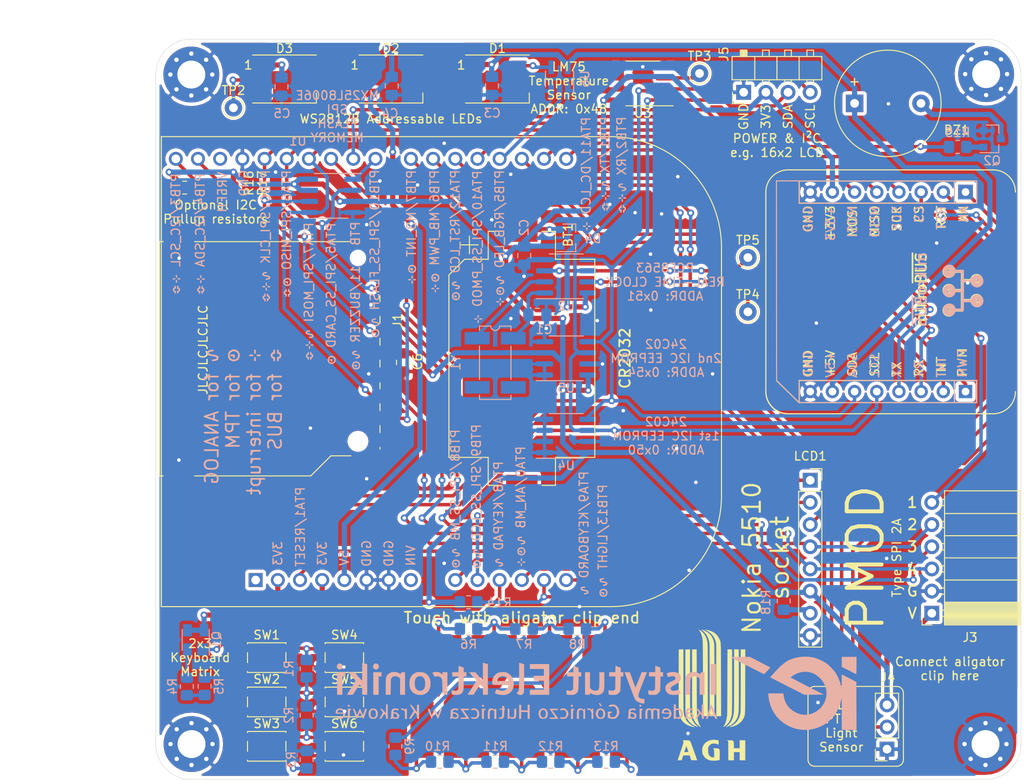
<source format=kicad_pcb>
(kicad_pcb (version 20171130) (host pcbnew 5.1.12-1.fc34)
  (title_block (title KL05Z-EVALBOARD) (date 2021-12-13) (rev 1) (company AGH))
  (layers (0 F.Cu signal) (31 B.Cu signal) (34 B.Paste user hide) (35 F.Paste user hide) (36 B.SilkS user) (37 F.SilkS user) (38 B.Mask user hide) (39 F.Mask user hide) (44 Edge.Cuts user))
  (net 0 "")
  (net 1 UART_TX)
  (net 2 UART_RX)
  (net 3 "Net-(A1-Pad30)")
  (net 4 AN_LIGHT)
  (net 5 GND)
  (net 6 AN_KEYBOARD)
  (net 7 SPI_CLK)
  (net 8 AN_MB)
  (net 9 SPI_MISO)
  (net 10 AN_KEYPAD)
  (net 11 SPI_MOSI)
  (net 12 SPI_SS_LCD)
  (net 13 SPI_SS_SDCARD)
  (net 14 SPI_SS_MB)
  (net 15 PWM_BUZZER)
  (net 16 "Net-(A1-Pad8)")
  (net 17 SPI_SS_FLASH)
  (net 18 MB_INT)
  (net 19 MB_PWM)
  (net 20 +5V)
  (net 21 GPIO_RST_LCD)
  (net 22 +3V3)
  (net 23 RST_MB)
  (net 24 GPIO_RGB_LED)
  (net 25 GPIO_DC_LCD)
  (net 26 "Net-(A1-Pad1)")
  (net 27 I2C_SDA)
  (net 28 I2C_SCL)
  (net 29 "Net-(BT1-Pad1)")
  (net 30 "Net-(BZ1-Pad2)")
  (net 31 "Net-(C1-Pad2)")
  (net 32 "Net-(D1-Pad2)")
  (net 33 "Net-(D1-Pad4)")
  (net 34 "Net-(D2-Pad2)")
  (net 35 "Net-(D3-Pad2)")
  (net 36 "Net-(D4-Pad3)")
  (net 37 "Net-(J1-Pad11)")
  (net 38 "Net-(J1-Pad10)")
  (net 39 "Net-(J1-Pad9)")
  (net 40 "Net-(J1-Pad8)")
  (net 41 "Net-(J2-Pad8)")
  (net 42 "Net-(J2-Pad7)")
  (net 43 "Net-(J2-Pad6)")
  (net 44 "Net-(J2-Pad5)")
  (net 45 "Net-(J2-Pad4)")
  (net 46 "Net-(J2-Pad3)")
  (net 47 "Net-(J2-Pad2)")
  (net 48 "Net-(J2-Pad1)")
  (net 49 "Net-(LCD1-Pad7)")
  (net 50 "Net-(Q2-Pad1)")
  (net 51 "Net-(R1-Pad2)")
  (net 52 "Net-(R1-Pad1)")
  (net 53 "Net-(R3-Pad1)")
  (net 54 "Net-(R4-Pad2)")
  (net 55 "Net-(TP3-Pad1)")
  (net 56 "Net-(TP4-Pad1)")
  (net 57 "Net-(TP5-Pad1)")
  (net 58 "Net-(U2-Pad2)")
  (net 59 SPI_SS_PMOD)
  (net 60 "Net-(Q1-Pad2)")
  (net 61 "Net-(Y1-Pad3)")
  (net 62 "Net-(Y1-Pad2)")
  (module mikroBUS:MIKROBUS_HOST_CONN (layer F.Cu) (at 196.85 77.47 270)
    (fp_text reference CON1 hide)
    (fp_text value MIKROBUS_HOST_CONN hide)
    (fp_text user PWM (at 19.6248 0.362 270) (layer B.SilkS) (effects (justify mirror)))
    (fp_text user INT (at 20.1248 2.775 270) (layer B.SilkS) (effects (justify mirror)))
    (fp_text user RX (at 20.291466 5.315 270) (layer B.SilkS) (effects (justify mirror)))
    (fp_text user TX (at 20.410514 7.855 270) (layer B.SilkS) (effects (justify mirror)))
    (fp_text user SCL (at 19.886704 10.395 270) (layer B.SilkS) (effects (justify mirror)))
    (fp_text user SDA (at 19.862895 12.935 270) (layer B.SilkS) (effects (justify mirror)))
    (fp_text user +5V (at 19.743847 15.475 270) (layer B.SilkS) (effects (justify mirror)))
    (fp_text user GND (at 19.743847 18.015 270) (layer B.SilkS) (effects (justify mirror)))
    (fp_text user GND (at 3.119619 18.015 270) (layer B.SilkS) (effects (justify mirror)))
    (fp_text user +3V3 (at 3.59581 15.4496 270) (layer B.SilkS) (effects (justify mirror)))
    (fp_text user MOSI (at 3.405334 12.935 270) (layer B.SilkS) (effects (justify mirror)))
    (fp_text user MISO (at 3.405334 10.3696 270) (layer B.SilkS) (effects (justify mirror)))
    (fp_text user SCK (at 3.072 7.855 270) (layer B.SilkS) (effects (justify mirror)))
    (fp_text user CS (at 2.572 5.2896 270) (layer B.SilkS) (effects (justify mirror)))
    (fp_text user RST (at 2.952953 2.775 270) (layer B.SilkS) (effects (justify mirror)))
    (fp_text user AN (at 2.548191 0.235 270) (layer B.SilkS) (effects (justify mirror)))
    (fp_text user mikro~BUS (at 11.176 5.08 270) (layer B.SilkS) (effects (font (size 1.2 1.2) (thickness 0.2)) (justify mirror)))
    (fp_text user mikro~BUS (at 11.176 5.08 270) (layer F.SilkS) (effects (font (size 1.2 1.2) (thickness 0.2))))
    (fp_text user PWM (at 19.497534 0.362 270) (layer F.SilkS))
    (fp_text user INT (at 19.997534 2.775 270) (layer F.SilkS))
    (fp_text user RX (at 20.1642 5.315 270) (layer F.SilkS))
    (fp_text user TX (at 20.283248 7.855 270) (layer F.SilkS))
    (fp_text user SCL (at 19.759438 10.395 270) (layer F.SilkS))
    (fp_text user SDA (at 19.735629 12.935 270) (layer F.SilkS))
    (fp_text user +5V (at 19.616581 15.475 270) (layer F.SilkS))
    (fp_text user GND (at 19.616581 18.015 270) (layer F.SilkS))
    (fp_text user GND (at 3.063809 18.015 270) (layer F.SilkS))
    (fp_text user +3V3 (at 3.54 15.475 270) (layer F.SilkS))
    (fp_text user MOSI (at 3.349524 12.935 270) (layer F.SilkS))
    (fp_text user MISO (at 3.349524 10.395 270) (layer F.SilkS))
    (fp_text user SCK (at 3.01619 7.855 270) (layer F.SilkS))
    (fp_text user CS (at 2.51619 5.315 270) (layer F.SilkS))
    (fp_text user RST (at 2.897143 2.775 270) (layer F.SilkS))
    (fp_text user AN (at 2.492381 0.235 270) (layer F.SilkS))
    (pad P16 thru_hole rect (at 22.86 0 270) (size 1.524 1.524) (drill 0.889) (layers *.Cu *.Mask) (net 19 MB_PWM))
    (pad P15 thru_hole circle (at 22.86 2.54 270) (size 1.524 1.524) (drill 0.889) (layers *.Cu *.Mask) (net 18 MB_INT))
    (pad P14 thru_hole circle (at 22.86 5.08 270) (size 1.524 1.524) (drill 0.889) (layers *.Cu *.Mask) (net 2 UART_RX))
    (pad P13 thru_hole circle (at 22.86 7.62 270) (size 1.524 1.524) (drill 0.889) (layers *.Cu *.Mask) (net 1 UART_TX))
    (pad P12 thru_hole circle (at 22.86 10.16 270) (size 1.524 1.524) (drill 0.889) (layers *.Cu *.Mask) (net 28 I2C_SCL))
    (pad P11 thru_hole circle (at 22.86 12.7 270) (size 1.524 1.524) (drill 0.889) (layers *.Cu *.Mask) (net 27 I2C_SDA))
    (pad P10 thru_hole circle (at 22.86 15.24 270) (size 1.524 1.524) (drill 0.889) (layers *.Cu *.Mask) (net 20 +5V))
    (pad P9 thru_hole circle (at 22.86 17.78 270) (size 1.524 1.524) (drill 0.889) (layers *.Cu *.Mask) (net 5 GND))
    (pad P8 thru_hole circle (at 0 17.78 270) (size 1.524 1.524) (drill 0.889) (layers *.Cu *.Mask) (net 5 GND))
    (pad P7 thru_hole circle (at 0 15.24 270) (size 1.524 1.524) (drill 0.889) (layers *.Cu *.Mask) (net 22 +3V3))
    (pad P6 thru_hole circle (at 0 12.7 270) (size 1.524 1.524) (drill 0.889) (layers *.Cu *.Mask) (net 11 SPI_MOSI))
    (pad P5 thru_hole circle (at 0 10.16 270) (size 1.524 1.524) (drill 0.889) (layers *.Cu *.Mask) (net 9 SPI_MISO))
    (pad P4 thru_hole circle (at 0 7.62 270) (size 1.524 1.524) (drill 0.889) (layers *.Cu *.Mask) (net 7 SPI_CLK))
    (pad P3 thru_hole circle (at 0 5.08 270) (size 1.524 1.524) (drill 0.889) (layers *.Cu *.Mask) (net 14 SPI_SS_MB))
    (pad P2 thru_hole circle (at 0 2.54 270) (size 1.524 1.524) (drill 0.889) (layers *.Cu *.Mask) (net 23 RST_MB))
    (pad P1 thru_hole rect (at 0 0 270) (size 1.6764 1.6764) (drill 0.889) (layers *.Cu *.Mask) (net 8 AN_MB))
  )
  (module fdrm05-devboard-hardware:prestiz (layer B.Cu) (at 154.559 134.874 180)
    (fp_text reference SYM2 hide)
    (fp_text value SYM_ESD_Large hide)
  )
  (module Connector_PinHeader_2.54mm:PinHeader_1x04_P2.54mm_Horizontal (layer F.Cu) (at 171.45 66.04 90)
    (fp_text reference J5 (at 4.385 -2.27 90) (layer F.SilkS))
    (fp_text value "1602 LCD VIA I2C")
    (pad 4 thru_hole oval (at 0 7.62 90) (size 1.7 1.7) (drill 1) (layers *.Cu *.Mask) (net 28 I2C_SCL))
    (pad 3 thru_hole oval (at 0 5.08 90) (size 1.7 1.7) (drill 1) (layers *.Cu *.Mask) (net 27 I2C_SDA))
    (pad 2 thru_hole oval (at 0 2.54 90) (size 1.7 1.7) (drill 1) (layers *.Cu *.Mask) (net 22 +3V3))
    (pad 1 thru_hole rect (at 0 0 90) (size 1.7 1.7) (drill 1) (layers *.Cu *.Mask) (net 5 GND))
  )
  (module fdrm05-devboard-hardware:FDRM-KL05Z (layer F.Cu) (at 115.57 121.92)
    (fp_text reference A1 hide)
    (fp_text value FRDM_KL05Z)
    (pad 16 thru_hole oval (at 33.02 -48.26 90) (size 1.6 1.6) (drill 1) (layers *.Cu *.Mask) (net 1 UART_TX))
    (pad 15 thru_hole oval (at 35.56 -48.26 90) (size 1.6 1.6) (drill 1) (layers *.Cu *.Mask) (net 2 UART_RX))
    (pad 30 thru_hole oval (at -4.06 -48.26 90) (size 1.6 1.6) (drill 1) (layers *.Cu *.Mask) (net 3 "Net-(A1-Pad30)"))
    (pad 14 thru_hole oval (at 35.56 0 90) (size 1.6 1.6) (drill 1) (layers *.Cu *.Mask) (net 4 AN_LIGHT))
    (pad 29 thru_hole oval (at -1.52 -48.26 90) (size 1.6 1.6) (drill 1) (layers *.Cu *.Mask) (net 5 GND))
    (pad 13 thru_hole oval (at 33.02 0 90) (size 1.6 1.6) (drill 1) (layers *.Cu *.Mask) (net 6 AN_KEYBOARD))
    (pad 28 thru_hole oval (at 1.02 -48.26 90) (size 1.6 1.6) (drill 1) (layers *.Cu *.Mask) (net 7 SPI_CLK))
    (pad 12 thru_hole oval (at 30.48 0 90) (size 1.6 1.6) (drill 1) (layers *.Cu *.Mask) (net 8 AN_MB))
    (pad 27 thru_hole oval (at 3.56 -48.26 90) (size 1.6 1.6) (drill 1) (layers *.Cu *.Mask) (net 9 SPI_MISO))
    (pad 11 thru_hole oval (at 27.94 0 90) (size 1.6 1.6) (drill 1) (layers *.Cu *.Mask) (net 10 AN_KEYPAD))
    (pad 26 thru_hole oval (at 6.1 -48.26 90) (size 1.6 1.6) (drill 1) (layers *.Cu *.Mask) (net 11 SPI_MOSI))
    (pad 10 thru_hole oval (at 25.4 0 90) (size 1.6 1.6) (drill 1) (layers *.Cu *.Mask) (net 12 SPI_SS_LCD))
    (pad 25 thru_hole oval (at 8.64 -48.26 90) (size 1.6 1.6) (drill 1) (layers *.Cu *.Mask) (net 13 SPI_SS_SDCARD))
    (pad 9 thru_hole oval (at 22.86 0 90) (size 1.6 1.6) (drill 1) (layers *.Cu *.Mask) (net 14 SPI_SS_MB))
    (pad 24 thru_hole oval (at 11.18 -48.26 90) (size 1.6 1.6) (drill 1) (layers *.Cu *.Mask) (net 15 PWM_BUZZER))
    (pad 8 thru_hole oval (at 17.78 0 90) (size 1.6 1.6) (drill 1) (layers *.Cu *.Mask) (net 16 "Net-(A1-Pad8)"))
    (pad 23 thru_hole oval (at 13.72 -48.26 90) (size 1.6 1.6) (drill 1) (layers *.Cu *.Mask) (net 17 SPI_SS_FLASH))
    (pad 7 thru_hole oval (at 15.24 0 90) (size 1.6 1.6) (drill 1) (layers *.Cu *.Mask) (net 5 GND))
    (pad 22 thru_hole oval (at 17.78 -48.26 90) (size 1.6 1.6) (drill 1) (layers *.Cu *.Mask) (net 18 MB_INT))
    (pad 6 thru_hole oval (at 12.7 0 90) (size 1.6 1.6) (drill 1) (layers *.Cu *.Mask) (net 5 GND))
    (pad 21 thru_hole oval (at 20.32 -48.26 90) (size 1.6 1.6) (drill 1) (layers *.Cu *.Mask) (net 19 MB_PWM))
    (pad 5 thru_hole oval (at 10.16 0 90) (size 1.6 1.6) (drill 1) (layers *.Cu *.Mask) (net 20 +5V))
    (pad 20 thru_hole oval (at 22.86 -48.26 90) (size 1.6 1.6) (drill 1) (layers *.Cu *.Mask) (net 21 GPIO_RST_LCD))
    (pad 4 thru_hole oval (at 7.62 0 90) (size 1.6 1.6) (drill 1) (layers *.Cu *.Mask) (net 22 +3V3))
    (pad 19 thru_hole oval (at 25.4 -48.26 90) (size 1.6 1.6) (drill 1) (layers *.Cu *.Mask) (net 59 SPI_SS_PMOD))
    (pad 3 thru_hole oval (at 5.08 0 90) (size 1.6 1.6) (drill 1) (layers *.Cu *.Mask) (net 23 RST_MB))
    (pad 18 thru_hole oval (at 27.94 -48.26 90) (size 1.6 1.6) (drill 1) (layers *.Cu *.Mask) (net 24 GPIO_RGB_LED))
    (pad 2 thru_hole oval (at 2.54 0 90) (size 1.6 1.6) (drill 1) (layers *.Cu *.Mask) (net 22 +3V3))
    (pad 17 thru_hole oval (at 30.48 -48.26 90) (size 1.6 1.6) (drill 1) (layers *.Cu *.Mask) (net 25 GPIO_DC_LCD))
    (pad 1 thru_hole rect (at 0 0 90) (size 1.6 1.6) (drill 1) (layers *.Cu *.Mask) (net 26 "Net-(A1-Pad1)"))
    (pad 31 thru_hole oval (at -6.6 -48.26 90) (size 1.6 1.6) (drill 1) (layers *.Cu *.Mask) (net 27 I2C_SDA))
    (pad 32 thru_hole oval (at -9.14 -48.26 90) (size 1.6 1.6) (drill 1) (layers *.Cu *.Mask) (net 28 I2C_SCL))
  )
  (module Crystal:Crystal_SMD_SeikoEpson_MC306-4Pin_8.0x3.2mm_HandSoldering (layer B.Cu) (at 143.002 97.028 270)
    (fp_text reference Y1 (at 0 4.5 90) (layer B.SilkS) (effects (justify mirror)))
    (fp_text value 32768Hz)
    (pad 4 smd rect (at -2.815 2.075 270) (size 1.43 2.85) (layers B.Cu B.Paste B.Mask) (net 58 "Net-(U2-Pad2)"))
    (pad 3 smd rect (at 2.815 2.075 270) (size 1.43 2.85) (layers B.Cu B.Paste B.Mask) (net 61 "Net-(Y1-Pad3)"))
    (pad 2 smd rect (at 2.815 -2.075 270) (size 1.43 2.85) (layers B.Cu B.Paste B.Mask) (net 62 "Net-(Y1-Pad2)"))
    (pad 1 smd rect (at -2.815 -2.075 270) (size 1.43 2.85) (layers B.Cu B.Paste B.Mask) (net 31 "Net-(C1-Pad2)"))
  )
  (module fdrm05-devboard-hardware:agieh (layer F.Cu) (at 167.767 135.128)
    (fp_text reference SYM1 hide)
    (fp_text value SYM_ESD_Large hide)
  )
  (module Package_SO:SOIC-8_3.9x4.9mm_P1.27mm (layer B.Cu) (at 151.13 96.52)
    (fp_text reference U5 (at 0 3.4) (layer B.SilkS) (effects (justify mirror)))
    (fp_text value " T24C02A")
    (pad 8 smd roundrect (at 2.475 1.905) (size 1.95 0.6) (layers B.Cu B.Paste B.Mask) (net 22 +3V3))
    (pad 7 smd roundrect (at 2.475 0.635) (size 1.95 0.6) (layers B.Cu B.Paste B.Mask) (net 5 GND))
    (pad 6 smd roundrect (at 2.475 -0.635) (size 1.95 0.6) (layers B.Cu B.Paste B.Mask) (net 28 I2C_SCL))
    (pad 5 smd roundrect (at 2.475 -1.905) (size 1.95 0.6) (layers B.Cu B.Paste B.Mask) (net 27 I2C_SDA))
    (pad 4 smd roundrect (at -2.475 -1.905) (size 1.95 0.6) (layers B.Cu B.Paste B.Mask) (net 5 GND))
    (pad 3 smd roundrect (at -2.475 -0.635) (size 1.95 0.6) (layers B.Cu B.Paste B.Mask) (net 22 +3V3))
    (pad 2 smd roundrect (at -2.475 0.635) (size 1.95 0.6) (layers B.Cu B.Paste B.Mask) (net 5 GND))
    (pad 1 smd roundrect (at -2.475 1.905) (size 1.95 0.6) (layers B.Cu B.Paste B.Mask) (net 5 GND))
  )
  (module fdrm05-devboard-hardware:SW_SPST_PTS810_HandSoldering (layer F.Cu) (at 125.73 135.89)
    (fp_text reference SW5 (at 0 -2.6) (layer F.SilkS))
    (fp_text value PTS810)
    (pad 2 smd rect (at 2.325 1.075) (size 1.55 0.65) (layers F.Cu F.Paste F.Mask) (net 5 GND))
    (pad 2 smd rect (at -2.325 1.075) (size 1.55 0.65) (layers F.Cu F.Paste F.Mask) (net 5 GND))
    (pad 1 smd rect (at 2.325 -1.075) (size 1.55 0.65) (layers F.Cu F.Paste F.Mask) (net 52 "Net-(R1-Pad1)"))
    (pad 1 smd rect (at -2.325 -1.075) (size 1.55 0.65) (layers F.Cu F.Paste F.Mask) (net 52 "Net-(R1-Pad1)"))
  )
  (module fdrm05-devboard-hardware:SW_SPST_PTS810_HandSoldering (layer F.Cu) (at 125.73 140.97)
    (fp_text reference SW6 (at 0 -2.6) (layer F.SilkS))
    (fp_text value PTS810)
    (pad 2 smd rect (at 2.325 1.075) (size 1.55 0.65) (layers F.Cu F.Paste F.Mask) (net 5 GND))
    (pad 2 smd rect (at -2.325 1.075) (size 1.55 0.65) (layers F.Cu F.Paste F.Mask) (net 5 GND))
    (pad 1 smd rect (at 2.325 -1.075) (size 1.55 0.65) (layers F.Cu F.Paste F.Mask) (net 10 AN_KEYPAD))
    (pad 1 smd rect (at -2.325 -1.075) (size 1.55 0.65) (layers F.Cu F.Paste F.Mask) (net 10 AN_KEYPAD))
  )
  (module fdrm05-devboard-hardware:SW_SPST_PTS810_HandSoldering (layer F.Cu) (at 125.73 130.81)
    (fp_text reference SW4 (at 0 -2.6) (layer F.SilkS))
    (fp_text value PTS810)
    (pad 2 smd rect (at 2.325 1.075) (size 1.55 0.65) (layers F.Cu F.Paste F.Mask) (net 5 GND))
    (pad 2 smd rect (at -2.325 1.075) (size 1.55 0.65) (layers F.Cu F.Paste F.Mask) (net 5 GND))
    (pad 1 smd rect (at 2.325 -1.075) (size 1.55 0.65) (layers F.Cu F.Paste F.Mask) (net 51 "Net-(R1-Pad2)"))
    (pad 1 smd rect (at -2.325 -1.075) (size 1.55 0.65) (layers F.Cu F.Paste F.Mask) (net 51 "Net-(R1-Pad2)"))
  )
  (module fdrm05-devboard-hardware:SW_SPST_PTS810_HandSoldering (layer F.Cu) (at 116.84 140.97)
    (fp_text reference SW3 (at 0 -2.6) (layer F.SilkS))
    (fp_text value PTS810)
    (pad 2 smd rect (at 2.325 1.075) (size 1.55 0.65) (layers F.Cu F.Paste F.Mask) (net 53 "Net-(R3-Pad1)"))
    (pad 2 smd rect (at -2.325 1.075) (size 1.55 0.65) (layers F.Cu F.Paste F.Mask) (net 53 "Net-(R3-Pad1)"))
    (pad 1 smd rect (at 2.325 -1.075) (size 1.55 0.65) (layers F.Cu F.Paste F.Mask) (net 10 AN_KEYPAD))
    (pad 1 smd rect (at -2.325 -1.075) (size 1.55 0.65) (layers F.Cu F.Paste F.Mask) (net 10 AN_KEYPAD))
  )
  (module fdrm05-devboard-hardware:SW_SPST_PTS810_HandSoldering (layer F.Cu) (at 116.84 135.89)
    (fp_text reference SW2 (at 0 -2.6) (layer F.SilkS))
    (fp_text value PTS810)
    (pad 2 smd rect (at 2.325 1.075) (size 1.55 0.65) (layers F.Cu F.Paste F.Mask) (net 53 "Net-(R3-Pad1)"))
    (pad 2 smd rect (at -2.325 1.075) (size 1.55 0.65) (layers F.Cu F.Paste F.Mask) (net 53 "Net-(R3-Pad1)"))
    (pad 1 smd rect (at 2.325 -1.075) (size 1.55 0.65) (layers F.Cu F.Paste F.Mask) (net 52 "Net-(R1-Pad1)"))
    (pad 1 smd rect (at -2.325 -1.075) (size 1.55 0.65) (layers F.Cu F.Paste F.Mask) (net 52 "Net-(R1-Pad1)"))
  )
  (module fdrm05-devboard-hardware:SW_SPST_PTS810_HandSoldering (layer F.Cu) (at 116.84 130.81)
    (fp_text reference SW1 (at 0 -2.6) (layer F.SilkS))
    (fp_text value PTS810)
    (pad 2 smd rect (at 2.325 1.075) (size 1.55 0.65) (layers F.Cu F.Paste F.Mask) (net 53 "Net-(R3-Pad1)"))
    (pad 2 smd rect (at -2.325 1.075) (size 1.55 0.65) (layers F.Cu F.Paste F.Mask) (net 53 "Net-(R3-Pad1)"))
    (pad 1 smd rect (at 2.325 -1.075) (size 1.55 0.65) (layers F.Cu F.Paste F.Mask) (net 51 "Net-(R1-Pad2)"))
    (pad 1 smd rect (at -2.325 -1.075) (size 1.55 0.65) (layers F.Cu F.Paste F.Mask) (net 51 "Net-(R1-Pad2)"))
  )
  (module Package_TO_SOT_SMD:SOT-23-5_HandSoldering (layer B.Cu) (at 150.368 64.516 90)
    (fp_text reference U6 (at 0 2.9 270) (layer B.SilkS) (effects (justify mirror)))
    (fp_text value 74HCT1G125GV)
    (pad 5 smd rect (at 1.35 0.95 90) (size 1.56 0.65) (layers B.Cu B.Paste B.Mask) (net 20 +5V))
    (pad 4 smd rect (at 1.35 -0.95 90) (size 1.56 0.65) (layers B.Cu B.Paste B.Mask) (net 33 "Net-(D1-Pad4)"))
    (pad 3 smd rect (at -1.35 -0.95 90) (size 1.56 0.65) (layers B.Cu B.Paste B.Mask) (net 5 GND))
    (pad 2 smd rect (at -1.35 0 90) (size 1.56 0.65) (layers B.Cu B.Paste B.Mask) (net 24 GPIO_RGB_LED))
    (pad 1 smd rect (at -1.35 0.95 90) (size 1.56 0.65) (layers B.Cu B.Paste B.Mask) (net 5 GND))
  )
  (module TestPoint:TestPoint_THTPad_D2.0mm_Drill1.0mm (layer F.Cu) (at 171.9326 84.9757)
    (fp_text reference TP5 (at 0 -1.998) (layer F.SilkS))
    (fp_text value TestPoint)
    (pad 1 thru_hole circle (at 0 0) (size 2 2) (drill 1) (layers *.Cu *.Mask) (net 57 "Net-(TP5-Pad1)"))
  )
  (module TestPoint:TestPoint_THTPad_D2.0mm_Drill1.0mm (layer F.Cu) (at 171.9326 91.1987)
    (fp_text reference TP4 (at 0 -1.998) (layer F.SilkS))
    (fp_text value TestPoint)
    (pad 1 thru_hole circle (at 0 0) (size 2 2) (drill 1) (layers *.Cu *.Mask) (net 56 "Net-(TP4-Pad1)"))
  )
  (module TestPoint:TestPoint_THTPad_D2.0mm_Drill1.0mm (layer F.Cu) (at 166.3954 63.881)
    (fp_text reference TP3 (at 0 -1.998) (layer F.SilkS))
    (fp_text value TestPoint)
    (pad 1 thru_hole circle (at 0 0) (size 2 2) (drill 1) (layers *.Cu *.Mask) (net 55 "Net-(TP3-Pad1)"))
  )
  (module TestPoint:TestPoint_THTPad_D2.0mm_Drill1.0mm (layer F.Cu) (at 113.03 67.818)
    (fp_text reference TP2 (at 0 -1.998) (layer F.SilkS))
    (fp_text value TestPoint)
    (pad 1 thru_hole circle (at 0 0) (size 2 2) (drill 1) (layers *.Cu *.Mask) (net 35 "Net-(D3-Pad2)"))
  )
  (module Connector_PinSocket_2.54mm:PinSocket_1x06_P2.54mm_Horizontal (layer F.Cu) (at 192.9892 125.73 180)
    (fp_text reference J3 (at -4.38 -2.77) (layer F.SilkS))
    (fp_text value Conn_01x06)
    (pad 6 thru_hole oval (at 0 12.7 180) (size 1.7 1.7) (drill 1) (layers *.Cu *.Mask) (net 59 SPI_SS_PMOD))
    (pad 5 thru_hole oval (at 0 10.16 180) (size 1.7 1.7) (drill 1) (layers *.Cu *.Mask) (net 11 SPI_MOSI))
    (pad 4 thru_hole oval (at 0 7.62 180) (size 1.7 1.7) (drill 1) (layers *.Cu *.Mask) (net 9 SPI_MISO))
    (pad 3 thru_hole oval (at 0 5.08 180) (size 1.7 1.7) (drill 1) (layers *.Cu *.Mask) (net 7 SPI_CLK))
    (pad 2 thru_hole oval (at 0 2.54 180) (size 1.7 1.7) (drill 1) (layers *.Cu *.Mask) (net 5 GND))
    (pad 1 thru_hole rect (at 0 0 180) (size 1.7 1.7) (drill 1) (layers *.Cu *.Mask) (net 22 +3V3))
  )
  (module MountingHole:MountingHole_3.2mm_M3_Pad_Via (layer F.Cu) (at 108.2294 140.716)
    (fp_text reference H4 hide)
    (fp_text value MountingHole_Pad)
    (pad 1 thru_hole circle (at 1.697056 -1.697056) (size 0.8 0.8) (drill 0.5) (layers *.Cu *.Mask) (net 5 GND))
    (pad 1 thru_hole circle (at 0 -2.4) (size 0.8 0.8) (drill 0.5) (layers *.Cu *.Mask) (net 5 GND))
    (pad 1 thru_hole circle (at -1.697056 -1.697056) (size 0.8 0.8) (drill 0.5) (layers *.Cu *.Mask) (net 5 GND))
    (pad 1 thru_hole circle (at -2.4 0) (size 0.8 0.8) (drill 0.5) (layers *.Cu *.Mask) (net 5 GND))
    (pad 1 thru_hole circle (at -1.697056 1.697056) (size 0.8 0.8) (drill 0.5) (layers *.Cu *.Mask) (net 5 GND))
    (pad 1 thru_hole circle (at 0 2.4) (size 0.8 0.8) (drill 0.5) (layers *.Cu *.Mask) (net 5 GND))
    (pad 1 thru_hole circle (at 1.697056 1.697056) (size 0.8 0.8) (drill 0.5) (layers *.Cu *.Mask) (net 5 GND))
    (pad 1 thru_hole circle (at 2.4 0) (size 0.8 0.8) (drill 0.5) (layers *.Cu *.Mask) (net 5 GND))
    (pad 1 thru_hole circle (at 0 0) (size 6.4 6.4) (drill 3.2) (layers *.Cu *.Mask) (net 5 GND))
  )
  (module MountingHole:MountingHole_3.2mm_M3_Pad_Via (layer F.Cu) (at 199.1363 140.716)
    (fp_text reference H3 hide)
    (fp_text value MountingHole_Pad)
    (pad 1 thru_hole circle (at 1.697056 -1.697056) (size 0.8 0.8) (drill 0.5) (layers *.Cu *.Mask) (net 5 GND))
    (pad 1 thru_hole circle (at 0 -2.4) (size 0.8 0.8) (drill 0.5) (layers *.Cu *.Mask) (net 5 GND))
    (pad 1 thru_hole circle (at -1.697056 -1.697056) (size 0.8 0.8) (drill 0.5) (layers *.Cu *.Mask) (net 5 GND))
    (pad 1 thru_hole circle (at -2.4 0) (size 0.8 0.8) (drill 0.5) (layers *.Cu *.Mask) (net 5 GND))
    (pad 1 thru_hole circle (at -1.697056 1.697056) (size 0.8 0.8) (drill 0.5) (layers *.Cu *.Mask) (net 5 GND))
    (pad 1 thru_hole circle (at 0 2.4) (size 0.8 0.8) (drill 0.5) (layers *.Cu *.Mask) (net 5 GND))
    (pad 1 thru_hole circle (at 1.697056 1.697056) (size 0.8 0.8) (drill 0.5) (layers *.Cu *.Mask) (net 5 GND))
    (pad 1 thru_hole circle (at 2.4 0) (size 0.8 0.8) (drill 0.5) (layers *.Cu *.Mask) (net 5 GND))
    (pad 1 thru_hole circle (at 0 0) (size 6.4 6.4) (drill 3.2) (layers *.Cu *.Mask) (net 5 GND))
  )
  (module MountingHole:MountingHole_3.2mm_M3_Pad_Via (layer F.Cu) (at 108.204 64.008)
    (fp_text reference H2 hide)
    (fp_text value MountingHole_Pad)
    (pad 1 thru_hole circle (at 1.697056 -1.697056) (size 0.8 0.8) (drill 0.5) (layers *.Cu *.Mask) (net 5 GND))
    (pad 1 thru_hole circle (at 0 -2.4) (size 0.8 0.8) (drill 0.5) (layers *.Cu *.Mask) (net 5 GND))
    (pad 1 thru_hole circle (at -1.697056 -1.697056) (size 0.8 0.8) (drill 0.5) (layers *.Cu *.Mask) (net 5 GND))
    (pad 1 thru_hole circle (at -2.4 0) (size 0.8 0.8) (drill 0.5) (layers *.Cu *.Mask) (net 5 GND))
    (pad 1 thru_hole circle (at -1.697056 1.697056) (size 0.8 0.8) (drill 0.5) (layers *.Cu *.Mask) (net 5 GND))
    (pad 1 thru_hole circle (at 0 2.4) (size 0.8 0.8) (drill 0.5) (layers *.Cu *.Mask) (net 5 GND))
    (pad 1 thru_hole circle (at 1.697056 1.697056) (size 0.8 0.8) (drill 0.5) (layers *.Cu *.Mask) (net 5 GND))
    (pad 1 thru_hole circle (at 2.4 0) (size 0.8 0.8) (drill 0.5) (layers *.Cu *.Mask) (net 5 GND))
    (pad 1 thru_hole circle (at 0 0) (size 6.4 6.4) (drill 3.2) (layers *.Cu *.Mask) (net 5 GND))
  )
  (module MountingHole:MountingHole_3.2mm_M3_Pad_Via (layer F.Cu) (at 199.2122 63.9572)
    (fp_text reference H1 hide)
    (fp_text value MountingHole_Pad)
    (pad 1 thru_hole circle (at 1.697056 -1.697056) (size 0.8 0.8) (drill 0.5) (layers *.Cu *.Mask) (net 5 GND))
    (pad 1 thru_hole circle (at 0 -2.4) (size 0.8 0.8) (drill 0.5) (layers *.Cu *.Mask) (net 5 GND))
    (pad 1 thru_hole circle (at -1.697056 -1.697056) (size 0.8 0.8) (drill 0.5) (layers *.Cu *.Mask) (net 5 GND))
    (pad 1 thru_hole circle (at -2.4 0) (size 0.8 0.8) (drill 0.5) (layers *.Cu *.Mask) (net 5 GND))
    (pad 1 thru_hole circle (at -1.697056 1.697056) (size 0.8 0.8) (drill 0.5) (layers *.Cu *.Mask) (net 5 GND))
    (pad 1 thru_hole circle (at 0 2.4) (size 0.8 0.8) (drill 0.5) (layers *.Cu *.Mask) (net 5 GND))
    (pad 1 thru_hole circle (at 1.697056 1.697056) (size 0.8 0.8) (drill 0.5) (layers *.Cu *.Mask) (net 5 GND))
    (pad 1 thru_hole circle (at 2.4 0) (size 0.8 0.8) (drill 0.5) (layers *.Cu *.Mask) (net 5 GND))
    (pad 1 thru_hole circle (at 0 0) (size 6.4 6.4) (drill 3.2) (layers *.Cu *.Mask) (net 5 GND))
  )
  (module Capacitor_SMD:C_0805_2012Metric_Pad1.18x1.45mm_HandSolder (layer F.Cu) (at 132.4356 96.9899 90)
    (fp_text reference C6 (at 0.0889 1.6764 90) (layer F.SilkS))
    (fp_text value 100n)
    (pad 2 smd roundrect (at 1.0375 0 90) (size 1.175 1.45) (layers F.Cu F.Paste F.Mask) (roundrect_rratio 0.2127659574468085) (net 22 +3V3))
    (pad 1 smd roundrect (at -1.0375 0 90) (size 1.175 1.45) (layers F.Cu F.Paste F.Mask) (roundrect_rratio 0.2127659574468085) (net 5 GND))
  )
  (module Package_SO:SOIC-8_3.9x4.9mm_P1.27mm (layer B.Cu) (at 151.13 105.41)
    (fp_text reference U4 (at 0 3.4) (layer B.SilkS) (effects (justify mirror)))
    (fp_text value " T24C02A")
    (pad 8 smd roundrect (at 2.475 1.905) (size 1.95 0.6) (layers B.Cu B.Paste B.Mask) (net 22 +3V3))
    (pad 7 smd roundrect (at 2.475 0.635) (size 1.95 0.6) (layers B.Cu B.Paste B.Mask) (net 5 GND))
    (pad 6 smd roundrect (at 2.475 -0.635) (size 1.95 0.6) (layers B.Cu B.Paste B.Mask) (net 28 I2C_SCL))
    (pad 5 smd roundrect (at 2.475 -1.905) (size 1.95 0.6) (layers B.Cu B.Paste B.Mask) (net 27 I2C_SDA))
    (pad 4 smd roundrect (at -2.475 -1.905) (size 1.95 0.6) (layers B.Cu B.Paste B.Mask) (net 5 GND))
    (pad 3 smd roundrect (at -2.475 -0.635) (size 1.95 0.6) (layers B.Cu B.Paste B.Mask) (net 5 GND))
    (pad 2 smd roundrect (at -2.475 0.635) (size 1.95 0.6) (layers B.Cu B.Paste B.Mask) (net 5 GND))
    (pad 1 smd roundrect (at -2.475 1.905) (size 1.95 0.6) (layers B.Cu B.Paste B.Mask) (net 5 GND))
  )
  (module Package_SO:SOIC-8_3.9x4.9mm_P1.27mm (layer F.Cu) (at 159.9057 65.024 180)
    (fp_text reference U3 (at 0 -3.4) (layer F.SilkS))
    (fp_text value LM75C)
    (pad 8 smd roundrect (at 2.475 -1.905 180) (size 1.95 0.6) (layers F.Cu F.Paste F.Mask) (net 22 +3V3))
    (pad 7 smd roundrect (at 2.475 -0.635 180) (size 1.95 0.6) (layers F.Cu F.Paste F.Mask) (net 5 GND))
    (pad 6 smd roundrect (at 2.475 0.635 180) (size 1.95 0.6) (layers F.Cu F.Paste F.Mask) (net 5 GND))
    (pad 5 smd roundrect (at 2.475 1.905 180) (size 1.95 0.6) (layers F.Cu F.Paste F.Mask) (net 5 GND))
    (pad 4 smd roundrect (at -2.475 1.905 180) (size 1.95 0.6) (layers F.Cu F.Paste F.Mask) (net 5 GND))
    (pad 3 smd roundrect (at -2.475 0.635 180) (size 1.95 0.6) (layers F.Cu F.Paste F.Mask) (net 55 "Net-(TP3-Pad1)"))
    (pad 2 smd roundrect (at -2.475 -0.635 180) (size 1.95 0.6) (layers F.Cu F.Paste F.Mask) (net 28 I2C_SCL))
    (pad 1 smd roundrect (at -2.475 -1.905 180) (size 1.95 0.6) (layers F.Cu F.Paste F.Mask) (net 27 I2C_SDA))
  )
  (module Package_SO:SOIC-8_3.9x4.9mm_P1.27mm (layer B.Cu) (at 151.13 87.122)
    (fp_text reference U2 (at 0 3.4) (layer B.SilkS) (effects (justify mirror)))
    (fp_text value PCF8563T)
    (pad 8 smd roundrect (at 2.475 1.905) (size 1.95 0.6) (layers B.Cu B.Paste B.Mask) (net 36 "Net-(D4-Pad3)"))
    (pad 7 smd roundrect (at 2.475 0.635) (size 1.95 0.6) (layers B.Cu B.Paste B.Mask) (net 56 "Net-(TP4-Pad1)"))
    (pad 6 smd roundrect (at 2.475 -0.635) (size 1.95 0.6) (layers B.Cu B.Paste B.Mask) (net 28 I2C_SCL))
    (pad 5 smd roundrect (at 2.475 -1.905) (size 1.95 0.6) (layers B.Cu B.Paste B.Mask) (net 27 I2C_SDA))
    (pad 4 smd roundrect (at -2.475 -1.905) (size 1.95 0.6) (layers B.Cu B.Paste B.Mask) (net 5 GND))
    (pad 3 smd roundrect (at -2.475 -0.635) (size 1.95 0.6) (layers B.Cu B.Paste B.Mask) (net 57 "Net-(TP5-Pad1)"))
    (pad 2 smd roundrect (at -2.475 0.635) (size 1.95 0.6) (layers B.Cu B.Paste B.Mask) (net 58 "Net-(U2-Pad2)"))
    (pad 1 smd roundrect (at -2.475 1.905) (size 1.95 0.6) (layers B.Cu B.Paste B.Mask) (net 31 "Net-(C1-Pad2)"))
  )
  (module Package_SO:SOIC-8_3.9x4.9mm_P1.27mm (layer B.Cu) (at 124.2187 77.9018 180)
    (fp_text reference U1 (at 3.8227 6.2738) (layer B.SilkS) (effects (justify mirror)))
    (fp_text value 25LCxxx)
    (pad 8 smd roundrect (at 2.475 1.905 180) (size 1.95 0.6) (layers B.Cu B.Paste B.Mask) (net 22 +3V3))
    (pad 7 smd roundrect (at 2.475 0.635 180) (size 1.95 0.6) (layers B.Cu B.Paste B.Mask) (net 22 +3V3))
    (pad 6 smd roundrect (at 2.475 -0.635 180) (size 1.95 0.6) (layers B.Cu B.Paste B.Mask) (net 7 SPI_CLK))
    (pad 5 smd roundrect (at 2.475 -1.905 180) (size 1.95 0.6) (layers B.Cu B.Paste B.Mask) (net 11 SPI_MOSI))
    (pad 4 smd roundrect (at -2.475 -1.905 180) (size 1.95 0.6) (layers B.Cu B.Paste B.Mask) (net 5 GND))
    (pad 3 smd roundrect (at -2.475 -0.635 180) (size 1.95 0.6) (layers B.Cu B.Paste B.Mask) (net 22 +3V3))
    (pad 2 smd roundrect (at -2.475 0.635 180) (size 1.95 0.6) (layers B.Cu B.Paste B.Mask) (net 9 SPI_MISO))
    (pad 1 smd roundrect (at -2.475 1.905 180) (size 1.95 0.6) (layers B.Cu B.Paste B.Mask) (net 17 SPI_SS_FLASH))
  )
  (module Resistor_SMD:R_0805_2012Metric_Pad1.20x1.40mm_HandSolder (layer B.Cu) (at 176.0347 124.333 90)
    (fp_text reference R18 (at -0.127 -2.0447 270) (layer B.SilkS) (effects (justify mirror)))
    (fp_text value 470)
    (pad 2 smd roundrect (at 1 0 90) (size 1.2 1.4) (layers B.Cu B.Paste B.Mask) (roundrect_rratio 0.2083325) (net 22 +3V3))
    (pad 1 smd roundrect (at -1 0 90) (size 1.2 1.4) (layers B.Cu B.Paste B.Mask) (roundrect_rratio 0.2083325) (net 49 "Net-(LCD1-Pad7)"))
  )
  (module Resistor_SMD:R_0805_2012Metric_Pad1.20x1.40mm_HandSolder (layer F.Cu) (at 112.014 76.962)
    (fp_text reference R17 (at 4.318 -0.508 90) (layer F.SilkS))
    (fp_text value 10k)
    (pad 2 smd roundrect (at 1 0) (size 1.2 1.4) (layers F.Cu F.Paste F.Mask) (roundrect_rratio 0.2083325) (net 22 +3V3))
    (pad 1 smd roundrect (at -1 0) (size 1.2 1.4) (layers F.Cu F.Paste F.Mask) (roundrect_rratio 0.2083325) (net 27 I2C_SDA))
  )
  (module Resistor_SMD:R_0805_2012Metric_Pad1.20x1.40mm_HandSolder (layer F.Cu) (at 107.442 76.962 180)
    (fp_text reference R16 (at -7.366 0.508 90) (layer F.SilkS))
    (fp_text value 10k)
    (pad 2 smd roundrect (at 1 0 180) (size 1.2 1.4) (layers F.Cu F.Paste F.Mask) (roundrect_rratio 0.2083325) (net 22 +3V3))
    (pad 1 smd roundrect (at -1 0 180) (size 1.2 1.4) (layers F.Cu F.Paste F.Mask) (roundrect_rratio 0.2083325) (net 28 I2C_SCL))
  )
  (module Resistor_SMD:R_0805_2012Metric_Pad1.20x1.40mm_HandSolder (layer B.Cu) (at 195.9483 72.3011 180)
    (fp_text reference R15 (at 0 1.65) (layer B.SilkS) (effects (justify mirror)))
    (fp_text value 1k)
    (pad 2 smd roundrect (at 1 0 180) (size 1.2 1.4) (layers B.Cu B.Paste B.Mask) (roundrect_rratio 0.2083325) (net 15 PWM_BUZZER))
    (pad 1 smd roundrect (at -1 0 180) (size 1.2 1.4) (layers B.Cu B.Paste B.Mask) (roundrect_rratio 0.2083325) (net 50 "Net-(Q2-Pad1)"))
  )
  (module Resistor_SMD:R_0805_2012Metric_Pad1.20x1.40mm_HandSolder (layer B.Cu) (at 139.954 124.46 180)
    (fp_text reference R14 (at -3.4925 -0.0508) (layer B.SilkS) (effects (justify mirror)))
    (fp_text value 10k)
    (pad 2 smd roundrect (at 1 0 180) (size 1.2 1.4) (layers B.Cu B.Paste B.Mask) (roundrect_rratio 0.2083325) (net 22 +3V3))
    (pad 1 smd roundrect (at -1 0 180) (size 1.2 1.4) (layers B.Cu B.Paste B.Mask) (roundrect_rratio 0.2083325) (net 6 AN_KEYBOARD))
  )
  (module Resistor_SMD:R_0805_2012Metric_Pad1.20x1.40mm_HandSolder (layer B.Cu) (at 155.702 142.748 180)
    (fp_text reference R13 (at 0 1.778) (layer B.SilkS) (effects (justify mirror)))
    (fp_text value 2k2)
    (pad 2 smd roundrect (at 1 0 180) (size 1.2 1.4) (layers B.Cu B.Paste B.Mask) (roundrect_rratio 0.2083325) (net 41 "Net-(J2-Pad8)"))
    (pad 1 smd roundrect (at -1 0 180) (size 1.2 1.4) (layers B.Cu B.Paste B.Mask) (roundrect_rratio 0.2083325) (net 6 AN_KEYBOARD))
  )
  (module Resistor_SMD:R_0805_2012Metric_Pad1.20x1.40mm_HandSolder (layer B.Cu) (at 149.352 142.748 180)
    (fp_text reference R12 (at 0 1.778) (layer B.SilkS) (effects (justify mirror)))
    (fp_text value 2k2)
    (pad 2 smd roundrect (at 1 0 180) (size 1.2 1.4) (layers B.Cu B.Paste B.Mask) (roundrect_rratio 0.2083325) (net 42 "Net-(J2-Pad7)"))
    (pad 1 smd roundrect (at -1 0 180) (size 1.2 1.4) (layers B.Cu B.Paste B.Mask) (roundrect_rratio 0.2083325) (net 41 "Net-(J2-Pad8)"))
  )
  (module Resistor_SMD:R_0805_2012Metric_Pad1.20x1.40mm_HandSolder (layer B.Cu) (at 143.002 142.748 180)
    (fp_text reference R11 (at 0 1.778) (layer B.SilkS) (effects (justify mirror)))
    (fp_text value 2k2)
    (pad 2 smd roundrect (at 1 0 180) (size 1.2 1.4) (layers B.Cu B.Paste B.Mask) (roundrect_rratio 0.2083325) (net 43 "Net-(J2-Pad6)"))
    (pad 1 smd roundrect (at -1 0 180) (size 1.2 1.4) (layers B.Cu B.Paste B.Mask) (roundrect_rratio 0.2083325) (net 42 "Net-(J2-Pad7)"))
  )
  (module Resistor_SMD:R_0805_2012Metric_Pad1.20x1.40mm_HandSolder (layer B.Cu) (at 136.652 142.748 180)
    (fp_text reference R10 (at 0.254 1.778) (layer B.SilkS) (effects (justify mirror)))
    (fp_text value 2k2)
    (pad 2 smd roundrect (at 1 0 180) (size 1.2 1.4) (layers B.Cu B.Paste B.Mask) (roundrect_rratio 0.2083325) (net 44 "Net-(J2-Pad5)"))
    (pad 1 smd roundrect (at -1 0 180) (size 1.2 1.4) (layers B.Cu B.Paste B.Mask) (roundrect_rratio 0.2083325) (net 43 "Net-(J2-Pad6)"))
  )
  (module Resistor_SMD:R_0805_2012Metric_Pad1.20x1.40mm_HandSolder (layer B.Cu) (at 131.572 140.97 90)
    (fp_text reference R9 (at 0 1.65 270) (layer B.SilkS) (effects (justify mirror)))
    (fp_text value 10k)
    (pad 2 smd roundrect (at 1 0 90) (size 1.2 1.4) (layers B.Cu B.Paste B.Mask) (roundrect_rratio 0.2083325) (net 45 "Net-(J2-Pad4)"))
    (pad 1 smd roundrect (at -1 0 90) (size 1.2 1.4) (layers B.Cu B.Paste B.Mask) (roundrect_rratio 0.2083325) (net 44 "Net-(J2-Pad5)"))
  )
  (module Resistor_SMD:R_0805_2012Metric_Pad1.20x1.40mm_HandSolder (layer B.Cu) (at 152.4 127.508 180)
    (fp_text reference R8 (at 0 -1.778) (layer B.SilkS) (effects (justify mirror)))
    (fp_text value 10k)
    (pad 2 smd roundrect (at 1 0 180) (size 1.2 1.4) (layers B.Cu B.Paste B.Mask) (roundrect_rratio 0.2083325) (net 46 "Net-(J2-Pad3)"))
    (pad 1 smd roundrect (at -1 0 180) (size 1.2 1.4) (layers B.Cu B.Paste B.Mask) (roundrect_rratio 0.2083325) (net 45 "Net-(J2-Pad4)"))
  )
  (module Resistor_SMD:R_0805_2012Metric_Pad1.20x1.40mm_HandSolder (layer B.Cu) (at 146.304 127.508 180)
    (fp_text reference R7 (at 0 -1.778) (layer B.SilkS) (effects (justify mirror)))
    (fp_text value 10k)
    (pad 2 smd roundrect (at 1 0 180) (size 1.2 1.4) (layers B.Cu B.Paste B.Mask) (roundrect_rratio 0.2083325) (net 47 "Net-(J2-Pad2)"))
    (pad 1 smd roundrect (at -1 0 180) (size 1.2 1.4) (layers B.Cu B.Paste B.Mask) (roundrect_rratio 0.2083325) (net 46 "Net-(J2-Pad3)"))
  )
  (module Resistor_SMD:R_0805_2012Metric_Pad1.20x1.40mm_HandSolder (layer B.Cu) (at 139.954 127.508 180)
    (fp_text reference R6 (at 0 -1.778) (layer B.SilkS) (effects (justify mirror)))
    (fp_text value 22k)
    (pad 2 smd roundrect (at 1 0 180) (size 1.2 1.4) (layers B.Cu B.Paste B.Mask) (roundrect_rratio 0.2083325) (net 48 "Net-(J2-Pad1)"))
    (pad 1 smd roundrect (at -1 0 180) (size 1.2 1.4) (layers B.Cu B.Paste B.Mask) (roundrect_rratio 0.2083325) (net 47 "Net-(J2-Pad2)"))
  )
  (module Resistor_SMD:R_0805_2012Metric_Pad1.20x1.40mm_HandSolder (layer B.Cu) (at 109.728 134.096 90)
    (fp_text reference R5 (at 0 1.65 90) (layer B.SilkS) (effects (justify mirror)))
    (fp_text value 22k)
    (pad 2 smd roundrect (at 1 0 90) (size 1.2 1.4) (layers B.Cu B.Paste B.Mask) (roundrect_rratio 0.2083325) (net 5 GND))
    (pad 1 smd roundrect (at -1 0 90) (size 1.2 1.4) (layers B.Cu B.Paste B.Mask) (roundrect_rratio 0.2083325) (net 54 "Net-(R4-Pad2)"))
  )
  (module Resistor_SMD:R_0805_2012Metric_Pad1.20x1.40mm_HandSolder (layer B.Cu) (at 107.696 134.112 270)
    (fp_text reference R4 (at 0 1.65 90) (layer B.SilkS) (effects (justify mirror)))
    (fp_text value 33k)
    (pad 2 smd roundrect (at 1 0 270) (size 1.2 1.4) (layers B.Cu B.Paste B.Mask) (roundrect_rratio 0.2083325) (net 54 "Net-(R4-Pad2)"))
    (pad 1 smd roundrect (at -1 0 270) (size 1.2 1.4) (layers B.Cu B.Paste B.Mask) (roundrect_rratio 0.2083325) (net 60 "Net-(Q1-Pad2)"))
  )
  (module Resistor_SMD:R_0805_2012Metric_Pad1.20x1.40mm_HandSolder (layer B.Cu) (at 121.412 142.494 90)
    (fp_text reference R3 (at 0 -1.778 90) (layer B.SilkS) (effects (justify mirror)))
    (fp_text value 10k)
    (pad 2 smd roundrect (at 1 0 90) (size 1.2 1.4) (layers B.Cu B.Paste B.Mask) (roundrect_rratio 0.2083325) (net 5 GND))
    (pad 1 smd roundrect (at -1 0 90) (size 1.2 1.4) (layers B.Cu B.Paste B.Mask) (roundrect_rratio 0.2083325) (net 53 "Net-(R3-Pad1)"))
  )
  (module Resistor_SMD:R_0805_2012Metric_Pad1.20x1.40mm_HandSolder (layer B.Cu) (at 121.412 137.414 90)
    (fp_text reference R2 (at 0 -2.032 90) (layer B.SilkS) (effects (justify mirror)))
    (fp_text value 22k)
    (pad 2 smd roundrect (at 1 0 90) (size 1.2 1.4) (layers B.Cu B.Paste B.Mask) (roundrect_rratio 0.2083325) (net 52 "Net-(R1-Pad1)"))
    (pad 1 smd roundrect (at -1 0 90) (size 1.2 1.4) (layers B.Cu B.Paste B.Mask) (roundrect_rratio 0.2083325) (net 10 AN_KEYPAD))
  )
  (module Resistor_SMD:R_0805_2012Metric_Pad1.20x1.40mm_HandSolder (layer B.Cu) (at 121.412 132.08 90)
    (fp_text reference R1 (at 0 -2.032 90) (layer B.SilkS) (effects (justify mirror)))
    (fp_text value 22k)
    (pad 2 smd roundrect (at 1 0 90) (size 1.2 1.4) (layers B.Cu B.Paste B.Mask) (roundrect_rratio 0.2083325) (net 51 "Net-(R1-Pad2)"))
    (pad 1 smd roundrect (at -1 0 90) (size 1.2 1.4) (layers B.Cu B.Paste B.Mask) (roundrect_rratio 0.2083325) (net 52 "Net-(R1-Pad1)"))
  )
  (module Package_TO_SOT_SMD:SOT-23 (layer B.Cu) (at 199.898 71.374)
    (fp_text reference Q2 (at 0 2.5) (layer B.SilkS) (effects (justify mirror)))
    (fp_text value BC817)
    (pad 3 smd rect (at 1 0) (size 0.9 0.8) (layers B.Cu B.Paste B.Mask) (net 30 "Net-(BZ1-Pad2)"))
    (pad 2 smd rect (at -1 -0.95) (size 0.9 0.8) (layers B.Cu B.Paste B.Mask) (net 5 GND))
    (pad 1 smd rect (at -1 0.95) (size 0.9 0.8) (layers B.Cu B.Paste B.Mask) (net 50 "Net-(Q2-Pad1)"))
  )
  (module Package_TO_SOT_SMD:SOT-143 (layer B.Cu) (at 108.712 128.778 90)
    (fp_text reference Q1 (at 0.02 2.38 90) (layer B.SilkS) (effects (justify mirror)))
    (fp_text value BCV62)
    (pad 4 smd rect (at 1.1 0.95 180) (size 1 1.4) (layers B.Cu B.Paste B.Mask) (net 22 +3V3))
    (pad 3 smd rect (at 1.1 -0.95 180) (size 1 1.4) (layers B.Cu B.Paste B.Mask) (net 22 +3V3))
    (pad 2 smd rect (at -1.1 -0.95 180) (size 1 1.4) (layers B.Cu B.Paste B.Mask) (net 60 "Net-(Q1-Pad2)"))
    (pad 1 smd rect (at -1.1 0.77 180) (size 1.2 1.4) (layers B.Cu B.Paste B.Mask) (net 10 AN_KEYPAD))
  )
  (module Connector_PinSocket_2.54mm:PinSocket_1x08_P2.54mm_Vertical (layer F.Cu) (at 179.07 110.49)
    (fp_text reference LCD1 (at 0 -2.77) (layer F.SilkS))
    (fp_text value PCD8544-BASE)
    (pad 8 thru_hole oval (at 0 17.78) (size 1.7 1.7) (drill 1) (layers *.Cu *.Mask) (net 5 GND))
    (pad 7 thru_hole oval (at 0 15.24) (size 1.7 1.7) (drill 1) (layers *.Cu *.Mask) (net 49 "Net-(LCD1-Pad7)"))
    (pad 6 thru_hole oval (at 0 12.7) (size 1.7 1.7) (drill 1) (layers *.Cu *.Mask) (net 22 +3V3))
    (pad 5 thru_hole oval (at 0 10.16) (size 1.7 1.7) (drill 1) (layers *.Cu *.Mask) (net 7 SPI_CLK))
    (pad 4 thru_hole oval (at 0 7.62) (size 1.7 1.7) (drill 1) (layers *.Cu *.Mask) (net 11 SPI_MOSI))
    (pad 3 thru_hole oval (at 0 5.08) (size 1.7 1.7) (drill 1) (layers *.Cu *.Mask) (net 25 GPIO_DC_LCD))
    (pad 2 thru_hole oval (at 0 2.54) (size 1.7 1.7) (drill 1) (layers *.Cu *.Mask) (net 12 SPI_SS_LCD))
    (pad 1 thru_hole rect (at 0 0) (size 1.7 1.7) (drill 1) (layers *.Cu *.Mask) (net 21 GPIO_RST_LCD))
  )
  (module Connector_PinSocket_2.54mm:PinSocket_1x03_P2.54mm_Vertical (layer F.Cu) (at 187.8584 141.3002 180)
    (fp_text reference J4 (at -0.1016 8.2042) (layer F.SilkS))
    (fp_text value "LIGHT SENSOR")
    (pad 3 thru_hole oval (at 0 5.08 180) (size 1.7 1.7) (drill 1) (layers *.Cu *.Mask) (net 22 +3V3))
    (pad 2 thru_hole oval (at 0 2.54 180) (size 1.7 1.7) (drill 1) (layers *.Cu *.Mask) (net 4 AN_LIGHT))
    (pad 1 thru_hole rect (at 0 0 180) (size 1.7 1.7) (drill 1) (layers *.Cu *.Mask) (net 5 GND))
  )
  (module fdrm05-devboard-hardware:Keyboard_resistive (layer F.Cu) (at 137.16 135.89)
    (fp_text reference J2 hide)
    (fp_text value KEYBOARD)
    (fp_poly (pts (xy 19.05 6.35) (xy 21.59 6.35) (xy 21.59 -3.81) (xy 19.05 0)) (layer F.Cu) (width 0.1))
    (fp_poly (pts (xy -1.27 6.35) (xy -3.81 6.35) (xy -3.81 -3.81) (xy -1.27 0)) (layer F.Cu) (width 0.1))
    (fp_poly (pts (xy -3.175 -7.62) (xy 1.905 -7.62) (xy 1.905 -4.445) (xy -0.635 -0.635) (xy -3.175 -4.445)) (layer F.Cu) (width 0.1))
    (fp_poly (pts (xy 3.175 -7.62) (xy 8.255 -7.62) (xy 8.255 -4.445) (xy 5.715 -0.635) (xy 3.175 -4.445)) (layer F.Cu) (width 0.1))
    (fp_poly (pts (xy 9.525 -7.62) (xy 14.605 -7.62) (xy 14.605 -4.445) (xy 12.065 -0.635) (xy 9.525 -4.445)) (layer F.Cu) (width 0.1))
    (fp_poly (pts (xy 15.875 -7.62) (xy 20.955 -7.62) (xy 20.955 -4.445) (xy 18.415 -0.635) (xy 15.875 -4.445)) (layer F.Cu) (width 0.1))
    (fp_poly (pts (xy 17.78 6.35) (xy 12.7 6.35) (xy 12.7 0) (xy 13.97 -1.905) (xy 15.24 -1.905) (xy 16.51 -1.905) (xy 17.78 0)) (layer F.Cu) (width 0.1))
    (fp_poly (pts (xy 11.43 6.35) (xy 6.35 6.35) (xy 6.35 0) (xy 7.62 -1.905) (xy 8.89 -1.905) (xy 10.16 -1.905) (xy 11.43 0)) (layer F.Cu) (width 0.1))
    (fp_poly (pts (xy 5.08 6.35) (xy 0 6.35) (xy 0 0) (xy 1.27 -1.905) (xy 2.54 -1.905) (xy 3.81 -1.905) (xy 5.08 0)) (layer F.Cu) (width 0.1))
    (pad 9 smd circle (at 20.955 0) (size 1.2 1.2) (layers F.Cu F.Mask) (net 6 AN_KEYBOARD))
    (pad 8 smd circle (at 15.24 -1.27) (size 1.2 1.2) (layers F.Cu F.Mask) (net 41 "Net-(J2-Pad8)"))
    (pad 7 smd circle (at 8.89 -1.27) (size 1.2 1.2) (layers F.Cu F.Mask) (net 42 "Net-(J2-Pad7)"))
    (pad 6 smd circle (at 2.54 -1.27) (size 1.2 1.2) (layers F.Cu F.Mask) (net 43 "Net-(J2-Pad6)"))
    (pad 5 smd circle (at -3.175 0) (size 1.2 1.2) (layers F.Cu F.Mask) (net 44 "Net-(J2-Pad5)"))
    (pad 4 smd circle (at 18.415 -6.985) (size 1.2 1.2) (layers F.Cu F.Mask) (net 45 "Net-(J2-Pad4)"))
    (pad 3 smd circle (at 12.065 -6.985) (size 1.2 1.2) (layers F.Cu F.Mask) (net 46 "Net-(J2-Pad3)"))
    (pad 2 smd circle (at 5.715 -6.985) (size 1.2 1.2) (layers F.Cu F.Mask) (net 47 "Net-(J2-Pad2)"))
    (pad 1 smd circle (at -0.635 -6.985) (size 1.2 1.2) (layers F.Cu F.Mask) (net 48 "Net-(J2-Pad1)"))
  )
  (module Connector_Card:SD_TE_2041021 (layer F.Cu) (at 118.11 96.52 270)
    (fp_text reference J1 (at -4.318 -13.716 90) (layer F.SilkS))
    (fp_text value SD_Card_Fix)
    (pad 12 smd rect (at -13.65 -10.175 270) (size 1.5 2.8) (layers F.Cu F.Paste F.Mask) (net 5 GND))
    (pad 12 smd rect (at -13.65 11.325 270) (size 1.5 2.8) (layers F.Cu F.Paste F.Mask) (net 5 GND))
    (pad 12 smd rect (at 13.65 11.325 270) (size 1.5 2.8) (layers F.Cu F.Paste F.Mask) (net 5 GND))
    (pad 12 smd rect (at 11.45 -10.175 270) (size 1.5 2.8) (layers F.Cu F.Paste F.Mask) (net 5 GND))
    (pad "" np_thru_hole circle (at -11.5 -9.175 270) (size 1.1 1.1) (drill 1.1) (layers *.Cu *.Mask))
    (pad "" np_thru_hole circle (at 9.5 -9.175 270) (size 1.6 1.6) (drill 1.6) (layers *.Cu *.Mask))
    (pad 11 smd rect (at -12.255 -11.975 270) (size 0.7 1.5) (layers F.Cu F.Paste F.Mask) (net 37 "Net-(J1-Pad11)"))
    (pad 10 smd rect (at -11.055 -11.975 270) (size 0.7 1.5) (layers F.Cu F.Paste F.Mask) (net 38 "Net-(J1-Pad10)"))
    (pad 9 smd rect (at 9.375 -11.975 270) (size 1 1.5) (layers F.Cu F.Paste F.Mask) (net 39 "Net-(J1-Pad9)"))
    (pad 8 smd rect (at -9.755 -11.975 270) (size 1 1.5) (layers F.Cu F.Paste F.Mask) (net 40 "Net-(J1-Pad8)"))
    (pad 7 smd rect (at -8.055 -11.975 270) (size 1 1.5) (layers F.Cu F.Paste F.Mask) (net 9 SPI_MISO))
    (pad 6 smd rect (at -5.625 -11.975 270) (size 1 1.5) (layers F.Cu F.Paste F.Mask) (net 5 GND))
    (pad 5 smd rect (at -3.125 -11.975 270) (size 1 1.5) (layers F.Cu F.Paste F.Mask) (net 7 SPI_CLK))
    (pad 4 smd rect (at -0.625 -11.975 270) (size 1 1.5) (layers F.Cu F.Paste F.Mask) (net 22 +3V3))
    (pad 3 smd rect (at 1.875 -11.975 270) (size 1 1.5) (layers F.Cu F.Paste F.Mask) (net 5 GND))
    (pad 2 smd rect (at 4.375 -11.975 270) (size 1 1.5) (layers F.Cu F.Paste F.Mask) (net 11 SPI_MOSI))
    (pad 1 smd rect (at 6.875 -11.975 270) (size 1 1.5) (layers F.Cu F.Paste F.Mask) (net 13 SPI_SS_SDCARD))
  )
  (module Package_TO_SOT_SMD:SOT-23 (layer B.Cu) (at 151.4602 82.7151)
    (fp_text reference D4 (at 2.7178 0.0889) (layer B.SilkS) (effects (justify mirror)))
    (fp_text value BAT54C)
    (pad 3 smd rect (at 1 0) (size 0.9 0.8) (layers B.Cu B.Paste B.Mask) (net 36 "Net-(D4-Pad3)"))
    (pad 2 smd rect (at -1 -0.95) (size 0.9 0.8) (layers B.Cu B.Paste B.Mask) (net 29 "Net-(BT1-Pad1)"))
    (pad 1 smd rect (at -1 0.95) (size 0.9 0.8) (layers B.Cu B.Paste B.Mask) (net 22 +3V3))
  )
  (module LED_SMD:LED_WS2812B_PLCC4_5.0x5.0mm_P3.2mm (layer F.Cu) (at 118.872 64.516)
    (fp_text reference D3 (at 0 -3.5) (layer F.SilkS))
    (fp_text value WS2812B)
    (fp_text user 1 (at -4.15 -1.6) (layer F.SilkS))
    (pad 1 smd rect (at -2.45 -1.6) (size 1.5 1) (layers F.Cu F.Paste F.Mask) (net 20 +5V))
    (pad 2 smd rect (at -2.45 1.6) (size 1.5 1) (layers F.Cu F.Paste F.Mask) (net 35 "Net-(D3-Pad2)"))
    (pad 4 smd rect (at 2.45 -1.6) (size 1.5 1) (layers F.Cu F.Paste F.Mask) (net 34 "Net-(D2-Pad2)"))
    (pad 3 smd rect (at 2.45 1.6) (size 1.5 1) (layers F.Cu F.Paste F.Mask) (net 5 GND))
  )
  (module LED_SMD:LED_WS2812B_PLCC4_5.0x5.0mm_P3.2mm (layer F.Cu) (at 131.064 64.516)
    (fp_text reference D2 (at 0 -3.5) (layer F.SilkS))
    (fp_text value WS2812B)
    (fp_text user 1 (at -4.15 -1.6) (layer F.SilkS))
    (pad 1 smd rect (at -2.45 -1.6) (size 1.5 1) (layers F.Cu F.Paste F.Mask) (net 20 +5V))
    (pad 2 smd rect (at -2.45 1.6) (size 1.5 1) (layers F.Cu F.Paste F.Mask) (net 34 "Net-(D2-Pad2)"))
    (pad 4 smd rect (at 2.45 -1.6) (size 1.5 1) (layers F.Cu F.Paste F.Mask) (net 32 "Net-(D1-Pad2)"))
    (pad 3 smd rect (at 2.45 1.6) (size 1.5 1) (layers F.Cu F.Paste F.Mask) (net 5 GND))
  )
  (module LED_SMD:LED_WS2812B_PLCC4_5.0x5.0mm_P3.2mm (layer F.Cu) (at 143.256 64.516)
    (fp_text reference D1 (at 0 -3.5) (layer F.SilkS))
    (fp_text value WS2812B)
    (fp_text user 1 (at -4.15 -1.6) (layer F.SilkS))
    (pad 1 smd rect (at -2.45 -1.6) (size 1.5 1) (layers F.Cu F.Paste F.Mask) (net 20 +5V))
    (pad 2 smd rect (at -2.45 1.6) (size 1.5 1) (layers F.Cu F.Paste F.Mask) (net 32 "Net-(D1-Pad2)"))
    (pad 4 smd rect (at 2.45 -1.6) (size 1.5 1) (layers F.Cu F.Paste F.Mask) (net 33 "Net-(D1-Pad4)"))
    (pad 3 smd rect (at 2.45 1.6) (size 1.5 1) (layers F.Cu F.Paste F.Mask) (net 5 GND))
  )
  (module Capacitor_SMD:C_0805_2012Metric_Pad1.18x1.45mm_HandSolder (layer B.Cu) (at 118.5291 65.3923 270)
    (fp_text reference C5 (at 3.0734 -0.0635) (layer B.SilkS) (effects (justify mirror)))
    (fp_text value 100n)
    (pad 2 smd roundrect (at 1.0375 0 270) (size 1.175 1.45) (layers B.Cu B.Paste B.Mask) (roundrect_rratio 0.2127659574468085) (net 5 GND))
    (pad 1 smd roundrect (at -1.0375 0 270) (size 1.175 1.45) (layers B.Cu B.Paste B.Mask) (roundrect_rratio 0.2127659574468085) (net 20 +5V))
  )
  (module Capacitor_SMD:C_0805_2012Metric_Pad1.18x1.45mm_HandSolder (layer B.Cu) (at 131.1529 65.3034 270)
    (fp_text reference C4 (at 3.1623 0.2032 180) (layer B.SilkS) (effects (justify mirror)))
    (fp_text value 100n)
    (pad 2 smd roundrect (at 1.0375 0 270) (size 1.175 1.45) (layers B.Cu B.Paste B.Mask) (roundrect_rratio 0.2127659574468085) (net 5 GND))
    (pad 1 smd roundrect (at -1.0375 0 270) (size 1.175 1.45) (layers B.Cu B.Paste B.Mask) (roundrect_rratio 0.2127659574468085) (net 20 +5V))
  )
  (module Capacitor_SMD:C_0805_2012Metric_Pad1.18x1.45mm_HandSolder (layer B.Cu) (at 142.6337 65.3034 270)
    (fp_text reference C3 (at 3.1115 -0.0254 180) (layer B.SilkS) (effects (justify mirror)))
    (fp_text value 100n)
    (pad 2 smd roundrect (at 1.0375 0 270) (size 1.175 1.45) (layers B.Cu B.Paste B.Mask) (roundrect_rratio 0.2127659574468085) (net 5 GND))
    (pad 1 smd roundrect (at -1.0375 0 270) (size 1.175 1.45) (layers B.Cu B.Paste B.Mask) (roundrect_rratio 0.2127659574468085) (net 20 +5V))
  )
  (module Capacitor_SMD:C_0805_2012Metric_Pad1.18x1.45mm_HandSolder (layer B.Cu) (at 146.3294 84.7471 270)
    (fp_text reference C2 (at -3.2131 0.0254 90) (layer B.SilkS) (effects (justify mirror)))
    (fp_text value 10uF)
    (pad 2 smd roundrect (at 1.0375 0 270) (size 1.175 1.45) (layers B.Cu B.Paste B.Mask) (roundrect_rratio 0.2127659574468085) (net 5 GND))
    (pad 1 smd roundrect (at -1.0375 0 270) (size 1.175 1.45) (layers B.Cu B.Paste B.Mask) (roundrect_rratio 0.2127659574468085) (net 22 +3V3))
  )
  (module Capacitor_SMD:C_0805_2012Metric_Pad1.18x1.45mm_HandSolder (layer B.Cu) (at 147.828 91.5289 180)
    (fp_text reference C1 (at -0.762 -1.6891) (layer B.SilkS) (effects (justify mirror)))
    (fp_text value 10pF)
    (pad 2 smd roundrect (at 1.0375 0 180) (size 1.175 1.45) (layers B.Cu B.Paste B.Mask) (roundrect_rratio 0.2127659574468085) (net 31 "Net-(C1-Pad2)"))
    (pad 1 smd roundrect (at -1.0375 0 180) (size 1.175 1.45) (layers B.Cu B.Paste B.Mask) (roundrect_rratio 0.2127659574468085) (net 5 GND))
  )
  (module Buzzer_Beeper:Buzzer_12x9.5RM7.6 (layer F.Cu) (at 184.15 67.31)
    (fp_text reference BZ1 (at 11.684 3.048) (layer F.SilkS))
    (fp_text value Buzzer)
    (fp_text user + (at -0.01 -2.54) (layer F.SilkS))
    (pad 2 thru_hole circle (at 7.6 0) (size 2 2) (drill 1) (layers *.Cu *.Mask) (net 30 "Net-(BZ1-Pad2)"))
    (pad 1 thru_hole rect (at 0 0) (size 2 2) (drill 1) (layers *.Cu *.Mask) (net 20 +5V))
  )
  (module Battery:BatteryHolder_Keystone_1060_1x2032 (layer F.Cu) (at 146.05 96.52 270)
    (fp_text reference BT1 (at -14.125 -5.3 90) (layer F.SilkS))
    (fp_text value Battery_Cell)
    (pad 1 smd rect (at -14.65 0 90) (size 2.6 3.6) (layers F.Cu F.Paste F.Mask) (net 29 "Net-(BT1-Pad1)"))
    (pad 2 smd rect (at 14.65 0 90) (size 2.6 3.6) (layers F.Cu F.Paste F.Mask) (net 5 GND))
  )
  (gr_text JLCJLCJLCJLC (at 109.55 95.55 90) (layer F.SilkS) (effects (font (size 1 1))))
  (gr_text CR2032 (at 157.861 96.52 90) (layer F.SilkS) (effects (font (size 1.2 1.2) (thickness 0.2))))
  (gr_text V (at 190.754 125.73) (layer F.SilkS) (effects (font (size 1.2 1.2) (thickness 0.2))))
  (gr_text G (at 190.754 123.19) (layer F.SilkS) (effects (font (size 1.2 1.2) (thickness 0.2))))
  (gr_text 4 (at 190.754 120.65) (layer F.SilkS) (effects (font (size 1.2 1.2) (thickness 0.2))))
  (gr_text 3 (at 190.754 118.11) (layer F.SilkS) (effects (font (size 1.2 1.2) (thickness 0.2))))
  (gr_text 2 (at 190.754 115.57) (layer F.SilkS) (effects (font (size 1.2 1.2) (thickness 0.2))))
  (gr_text 1 (at 190.754 113.03) (layer F.SilkS) (effects (font (size 1.2 1.2) (thickness 0.2))))
  (gr_text "∿ for ANALOG\n⌚ for TPM\n⊹ for interrupt\n≎ for BUS" (at 114.173 95.123 90) (layer B.SilkS) (effects (font (size 1.5 1.5) (thickness 0.2)) (justify left mirror)))
  (gr_text VIN (at 133.3246 119.126 90) (layer B.SilkS) (effects (font (size 1 1)) (justify mirror)))
  (gr_text GND (at 130.81 118.872 90) (layer B.SilkS) (effects (font (size 1 1)) (justify mirror)))
  (gr_text GND (at 128.27 118.872 90) (layer B.SilkS) (effects (font (size 1 1)) (justify mirror)))
  (gr_text 5V (at 125.73 119.38 90) (layer B.SilkS) (effects (font (size 1 1)) (justify mirror)))
  (gr_text 3V3 (at 123.19 118.872 90) (layer B.SilkS) (effects (font (size 1 1)) (justify mirror)))
  (gr_text PTA1/RESET (at 120.6881 115.824 90) (layer B.SilkS) (effects (font (size 1 1)) (justify mirror)))
  (gr_text 3V3 (at 118.11 118.872 90) (layer B.SilkS) (effects (font (size 1 1)) (justify mirror)))
  (gr_text "PTB2/RX ∿⊹≎" (at 157.48 74.422 90) (layer B.SilkS) (effects (font (size 1 1)) (justify mirror)))
  (gr_text "PTB1/TX ∿⊹≎" (at 155.575 74.295 90) (layer B.SilkS) (effects (font (size 1 1)) (justify mirror)))
  (gr_text "PTA11/DC_LCD ⊹" (at 153.416 75.438 90) (layer B.SilkS) (effects (font (size 1 1)) (justify mirror)))
  (gr_text "PTB5/RGB_LED ∿⌚⊹" (at 143.51 82.804 90) (layer B.SilkS) (effects (font (size 1 1)) (justify mirror)))
  (gr_text "PTA10/SPI_SS_PMOD ⊹" (at 140.97 83.82 90) (layer B.SilkS) (effects (font (size 1 1)) (justify mirror)))
  (gr_text "PTA12/RST_LCD ∿⌚" (at 138.43 82.4738 90) (layer B.SilkS) (effects (font (size 1 1)) (justify mirror)))
  (gr_text "PTB6/MB_PWM ⌚⊹" (at 136.0678 82.042 90) (layer B.SilkS) (effects (font (size 1 1)) (justify mirror)))
  (gr_text "PTB7/MB_INT ⌚⊹" (at 133.4135 81.534 90) (layer B.SilkS) (effects (font (size 1 1)) (justify mirror)))
  (gr_text "PTB10/SPI_SS_FLASH ∿⌚" (at 129.2098 84.582 90) (layer B.SilkS) (effects (font (size 1 1)) (justify mirror)))
  (gr_text "PTB   11/BUZZER ∿⌚" (at 127 89.408 90) (layer B.SilkS) (effects (font (size 1 1)) (justify mirror)))
  (gr_text "PTA5/SPI_SS_CARD ⌚" (at 124.206 89.154 90) (layer B.SilkS) (effects (font (size 1 1)) (justify mirror)))
  (gr_text "PTA7/SPI_MOSI ∿⊹≎" (at 121.666 88.9 90) (layer B.SilkS) (effects (font (size 1 1)) (justify mirror)))
  (gr_text "PTA6/SPI_MISO ⌚≎" (at 119.126 82.296 90) (layer B.SilkS) (effects (font (size 1 1)) (justify mirror)))
  (gr_text "PTB0/SPI_CLK ∿⊹≎" (at 116.713 82.55 90) (layer B.SilkS) (effects (font (size 1 1)) (justify mirror)))
  (gr_text GND (at 114.2111 76.454 90) (layer B.SilkS) (effects (font (size 1 1)) (justify mirror)))
  (gr_text VREFH (at 111.76 77.47 90) (layer B.SilkS) (effects (font (size 1 1)) (justify mirror)))
  (gr_text "PTB4/I2C_SDA ⊹≎" (at 109.22 82.296 90) (layer B.SilkS) (effects (font (size 1 1)) (justify mirror)))
  (gr_text "PTB3/I2C_SCL ⊹≎" (at 106.426 82.296 90) (layer B.SilkS) (effects (font (size 1 1)) (justify mirror)))
  (gr_text "PTB13/LIGHT ∿⌚" (at 155.321 117.475 90) (layer B.SilkS) (effects (font (size 1 1)) (justify mirror)))
  (gr_text "PTA9/KEYBOARD ∿" (at 153.162 116.586 90) (layer B.SilkS) (effects (font (size 1 1)) (justify mirror)))
  (gr_text "PTA0/AN_MB ∿⌚⊹" (at 145.923 113.538 90) (layer B.SilkS) (effects (font (size 1 1)) (justify mirror)))
  (gr_text "PTA8/KEYPAD ∿" (at 143.383 114.427 90) (layer B.SilkS) (effects (font (size 1 1)) (justify mirror)))
  (gr_text "PTB9/SPI_SS_LCD ∿⌚" (at 140.843 112.395 90) (layer B.SilkS) (effects (font (size 1 1)) (justify mirror)))
  (gr_text "PTB8/SPI_SS_MB ∿⌚" (at 138.43 112.649 90) (layer B.SilkS) (effects (font (size 1 1)) (justify mirror)))
  (gr_text "Type SPI 2A" (at 188.976 119.38 90) (layer F.SilkS) (effects (font (size 1 1))))
  (gr_arc (start 188.976 134.874) (end 189.738 134.874) (angle -90) (layer F.SilkS) (width 0.12))
  (gr_arc (start 188.976 142.494) (end 188.976 143.256) (angle -90) (layer F.SilkS) (width 0.12))
  (gr_arc (start 179.578 142.494) (end 178.816 142.494) (angle -90) (layer F.SilkS) (width 0.12))
  (gr_arc (start 179.578 134.874) (end 179.578 134.112) (angle -90) (layer F.SilkS) (width 0.12))
  (gr_line (start 189.738 142.494) (end 189.738 134.874) (layer F.SilkS) (width 0.12))
  (gr_line (start 179.578 143.256) (end 188.976 143.256) (layer F.SilkS) (width 0.12))
  (gr_line (start 178.816 134.874) (end 178.816 142.494) (layer F.SilkS) (width 0.12))
  (gr_line (start 188.976 134.112) (end 179.578 134.112) (layer F.SilkS) (width 0.12))
  (gr_text SCL (at 179.07 68.834 90) (layer F.SilkS) (effects (font (size 1 1))))
  (gr_text SDA (at 176.53 68.834 90) (layer F.SilkS) (effects (font (size 1 1))))
  (gr_text 3V3 (at 173.99 68.834 90) (layer F.SilkS) (effects (font (size 1 1))))
  (gr_text GND (at 171.45 68.834 90) (layer F.SilkS) (effects (font (size 1 1))))
  (gr_text "Optional I2C\nPullup resistors" (at 110.998 79.756) (layer F.SilkS) (effects (font (size 1 1))))
  (gr_arc (start 199.136 64.008) (end 203.2 64.008) (angle -90) (layer Edge.Cuts) (width 0.05))
  (gr_arc (start 108.204 64.008) (end 108.204 59.944) (angle -90) (layer Edge.Cuts) (width 0.05))
  (gr_arc (start 108.204 140.716) (end 104.14 140.716) (angle -90) (layer Edge.Cuts) (width 0.05))
  (gr_arc (start 199.136 140.716) (end 199.136 144.78) (angle -90) (layer Edge.Cuts) (width 0.05))
  (gr_text "POWER & I²C\ne.g. 16x2 LCD" (at 175.26 72.136) (layer F.SilkS) (effects (font (size 1 1))))
  (gr_text "PCF8563\nREAL-TIME CLOCK\nADDR: 0x51" (at 162.4457 87.7824) (layer B.SilkS) (effects (font (size 1 1)) (justify mirror)))
  (gr_text "Touch with aligator clip end\n" (at 146.05 126.238) (layer F.SilkS) (effects (font (size 1.25 1.25) (thickness 0.2))))
  (gr_text "Nokia 5510\nsocket" (at 173.99 119.38 90) (layer F.SilkS) (effects (font (size 2 2) (thickness 0.25))))
  (gr_text "Connect aligator\nclip here" (at 195.072 132.08) (layer F.SilkS) (effects (font (size 1 1))))
  (gr_text "2x3\nKeyboard\nMatrix" (at 109.22 130.81) (layer F.SilkS) (effects (font (size 1 1))))
  (gr_text "PMOD\n" (at 185.42 119.38 90) (layer F.SilkS) (effects (font (size 4 4) (thickness 0.45))))
  (gr_text "MX25L8006E\nSPI\nFLASH\nMEMORY" (at 124.9172 68.8213) (layer B.SilkS) (effects (font (size 1 1)) (justify mirror)))
  (gr_text "24C02\n2nd I2C EEPROM\nADDR: 0x54" (at 162.56 96.52) (layer B.SilkS) (effects (font (size 1 1)) (justify mirror)))
  (gr_text "LM75\nTemperature\nSensor\nADDR: 0x48" (at 151.4348 65.532) (layer F.SilkS) (effects (font (size 1 1))))
  (gr_text "ALS\nPT19\nLight\nSensor\n\n" (at 182.626 139.446) (layer F.SilkS) (effects (font (size 1 1))))
  (gr_text "24C02\n1st I2C EEPROM\nADDR: 0x50" (at 162.56 105.41) (layer B.SilkS) (effects (font (size 1 1)) (justify mirror)))
  (gr_text "WS2812B Addressable LEDs" (at 131.064 69.088) (layer F.SilkS) (effects (font (size 1 1))))
  (gr_line (start 104.14 140.716) (end 104.14 64.008) (layer Edge.Cuts) (width 0.05))
  (gr_line (start 199.136 144.78) (end 108.204 144.78) (layer Edge.Cuts) (width 0.05))
  (gr_line (start 203.2 64.008) (end 203.2 140.716) (layer Edge.Cuts) (width 0.05))
  (gr_line (start 108.204 59.944) (end 199.136 59.944) (layer Edge.Cuts) (width 0.05))
  (segment (start 150.368 71.882) (end 149.389999 72.860001) (width 0.4) (layer F.Cu) (net 1))
  (segment (start 164.084 71.882) (end 150.368 71.882) (width 0.4) (layer F.Cu) (net 1))
  (segment (start 182.1434 80.264) (end 172.466 80.264) (width 0.4) (layer F.Cu) (net 1))
  (segment (start 149.389999 72.860001) (end 148.59 73.66) (width 0.4) (layer F.Cu) (net 1))
  (segment (start 172.466 80.264) (end 164.084 71.882) (width 0.4) (layer F.Cu) (net 1))
  (via (at 192.7987 90.9193) (size 0.8) (drill 0.4) (layers F.Cu B.Cu) (net 1))
  (segment (start 189.23 94.488) (end 192.7987 90.9193) (width 0.4) (layer B.Cu) (net 1))
  (segment (start 189.23 100.33) (end 189.23 94.488) (width 0.4) (layer B.Cu) (net 1))
  (segment (start 192.7987 90.9193) (end 182.1434 80.264) (width 0.4) (layer F.Cu) (net 1))
  (segment (start 152.146 72.644) (end 151.13 73.66) (width 0.4) (layer F.Cu) (net 2))
  (segment (start 180.9242 81.28) (end 171.958 81.28) (width 0.4) (layer F.Cu) (net 2))
  (segment (start 171.958 81.28) (end 163.322 72.644) (width 0.4) (layer F.Cu) (net 2))
  (segment (start 163.322 72.644) (end 152.146 72.644) (width 0.4) (layer F.Cu) (net 2))
  (via (at 192.9511 93.3069) (size 0.8) (drill 0.4) (layers F.Cu B.Cu) (net 2))
  (segment (start 191.77 94.488) (end 192.9511 93.3069) (width 0.4) (layer B.Cu) (net 2))
  (segment (start 191.77 100.33) (end 191.77 94.488) (width 0.4) (layer B.Cu) (net 2))
  (segment (start 192.9511 93.3069) (end 180.9242 81.28) (width 0.4) (layer F.Cu) (net 2))
  (segment (start 172.7962 138.7602) (end 187.96 138.7602) (width 0.4) (layer F.Cu) (net 4))
  (segment (start 155.956 121.92) (end 172.7962 138.7602) (width 0.4) (layer F.Cu) (net 4))
  (segment (start 151.13 121.92) (end 155.956 121.92) (width 0.4) (layer F.Cu) (net 4))
  (segment (start 191.008 134.62) (end 202.184 134.62) (width 0.6) (layer F.Cu) (net 5))
  (segment (start 190.5 134.112) (end 191.008 134.62) (width 0.6) (layer F.Cu) (net 5))
  (segment (start 191.008 134.747) (end 191.008 143.764) (width 0.6) (layer F.Cu) (net 5))
  (segment (start 157.4307 63.119) (end 157.4307 64.389) (width 0.6) (layer F.Cu) (net 5))
  (segment (start 157.4307 64.389) (end 157.4307 65.659) (width 0.6) (layer F.Cu) (net 5))
  (segment (start 157.4307 63.119) (end 159.893 63.119) (width 0.6) (layer F.Cu) (net 5))
  (via (at 128.2827 81.2038) (size 0.8) (drill 0.4) (layers F.Cu B.Cu) (net 5))
  (segment (start 128.285 81.2061) (end 128.2827 81.2038) (width 0.6) (layer F.Cu) (net 5))
  (segment (start 128.285 82.87) (end 128.285 81.2061) (width 0.6) (layer F.Cu) (net 5))
  (segment (start 146.897 85.217) (end 148.655 85.217) (width 0.6) (layer B.Cu) (net 5))
  (segment (start 146.3294 85.7846) (end 146.897 85.217) (width 0.6) (layer B.Cu) (net 5))
  (via (at 125.7636 136.965) (size 0.8) (drill 0.4) (layers F.Cu B.Cu) (net 5))
  (segment (start 123.655 136.965) (end 125.7636 136.965) (width 0.4) (layer F.Cu) (net 5))
  (via (at 125.6284 141.9606) (size 0.8) (drill 0.4) (layers F.Cu B.Cu) (net 5))
  (segment (start 125.7128 142.045) (end 125.6284 141.9606) (width 0.4) (layer F.Cu) (net 5))
  (segment (start 125.7636 142.045) (end 125.7128 142.045) (width 0.4) (layer F.Cu) (net 5))
  (segment (start 123.655 142.045) (end 125.7636 142.045) (width 0.4) (layer F.Cu) (net 5))
  (segment (start 125.7636 142.045) (end 127.805 142.045) (width 0.4) (layer F.Cu) (net 5))
  (via (at 106.807 85.0519) (size 0.8) (drill 0.4) (layers F.Cu B.Cu) (net 5))
  (segment (start 106.785 85.0299) (end 106.807 85.0519) (width 0.6) (layer F.Cu) (net 5))
  (segment (start 106.785 82.87) (end 106.785 85.0299) (width 0.6) (layer F.Cu) (net 5))
  (via (at 128.2827 110.3122) (size 0.8) (drill 0.4) (layers F.Cu B.Cu) (net 5))
  (segment (start 128.285 110.3099) (end 128.2827 110.3122) (width 0.6) (layer F.Cu) (net 5))
  (segment (start 128.285 107.97) (end 128.285 110.3099) (width 0.6) (layer F.Cu) (net 5))
  (via (at 160.782 84.582) (size 0.8) (drill 0.4) (layers F.Cu B.Cu) (net 5))
  (via (at 134.112 76.6572) (size 0.8) (drill 0.4) (layers F.Cu B.Cu) (net 5))
  (via (at 142.6083 80.645) (size 0.8) (drill 0.4) (layers F.Cu B.Cu) (net 5))
  (via (at 157.6578 102.5144) (size 0.8) (drill 0.4) (layers F.Cu B.Cu) (net 5))
  (via (at 144.7927 91.9607) (size 0.8) (drill 0.4) (layers F.Cu B.Cu) (net 5))
  (via (at 137.16 120.0023) (size 0.8) (drill 0.4) (layers F.Cu B.Cu) (net 5))
  (via (at 159.0167 79.8322) (size 0.8) (drill 0.4) (layers F.Cu B.Cu) (net 5))
  (via (at 197.104 87.884) (size 0.8) (drill 0.4) (layers F.Cu B.Cu) (net 5))
  (via (at 189.1665 81.407) (size 0.8) (drill 0.4) (layers F.Cu B.Cu) (net 5))
  (segment (start 155.2702 97.155) (end 155.2829 97.1677) (width 0.6) (layer B.Cu) (net 5))
  (via (at 155.2829 97.1677) (size 0.8) (drill 0.4) (layers F.Cu B.Cu) (net 5))
  (segment (start 153.605 97.155) (end 155.2702 97.155) (width 0.6) (layer B.Cu) (net 5))
  (via (at 188.0235 67.3608) (size 0.8) (drill 0.4) (layers F.Cu B.Cu) (net 5))
  (via (at 163.9062 75.7047) (size 0.8) (drill 0.4) (layers F.Cu B.Cu) (net 5))
  (via (at 156.1211 78.8797) (size 0.8) (drill 0.4) (layers F.Cu B.Cu) (net 5))
  (via (at 162.052 79.9719) (size 0.8) (drill 0.4) (layers F.Cu B.Cu) (net 5))
  (via (at 160.8201 90.9828) (size 0.8) (drill 0.4) (layers F.Cu B.Cu) (net 5))
  (segment (start 132.068 98.395) (end 132.4356 98.0274) (width 0.6) (layer F.Cu) (net 5))
  (segment (start 130.085 98.395) (end 132.068 98.395) (width 0.6) (layer F.Cu) (net 5))
  (segment (start 159.893 63.119) (end 162.3807 63.119) (width 0.6) (layer F.Cu) (net 5))
  (via (at 159.893 63.119) (size 0.8) (drill 0.4) (layers F.Cu B.Cu) (net 5))
  (via (at 106.785 108.17519) (size 0.8) (drill 0.4) (layers F.Cu B.Cu) (net 5))
  (segment (start 106.785 110.17) (end 106.785 108.17519) (width 0.6) (layer F.Cu) (net 5))
  (via (at 128.524 98.298) (size 0.8) (drill 0.4) (layers F.Cu B.Cu) (net 5))
  (segment (start 128.621 98.395) (end 128.524 98.298) (width 0.6) (layer F.Cu) (net 5))
  (segment (start 130.085 98.395) (end 128.621 98.395) (width 0.6) (layer F.Cu) (net 5))
  (via (at 128.778 90.424) (size 0.8) (drill 0.4) (layers F.Cu B.Cu) (net 5))
  (segment (start 129.249 90.895) (end 128.778 90.424) (width 0.6) (layer F.Cu) (net 5))
  (segment (start 130.085 90.895) (end 129.249 90.895) (width 0.6) (layer F.Cu) (net 5))
  (segment (start 127.805 136.965) (end 125.7636 136.965) (width 0.4) (layer F.Cu) (net 5))
  (segment (start 128.055 136.965) (end 127.805 136.965) (width 0.4) (layer F.Cu) (net 5))
  (segment (start 123.655 131.885) (end 125.671 131.885) (width 0.4) (layer F.Cu) (net 5))
  (via (at 125.671 131.885) (size 0.8) (drill 0.4) (layers F.Cu B.Cu) (net 5))
  (segment (start 129.227 136.965) (end 128.055 136.965) (width 0.4) (layer F.Cu) (net 5))
  (segment (start 129.794 136.398) (end 129.227 136.965) (width 0.4) (layer F.Cu) (net 5))
  (segment (start 129.794 132.334) (end 129.794 136.398) (width 0.4) (layer F.Cu) (net 5))
  (segment (start 129.345 131.885) (end 129.794 132.334) (width 0.4) (layer F.Cu) (net 5))
  (segment (start 125.671 131.885) (end 129.345 131.885) (width 0.4) (layer F.Cu) (net 5))
  (via (at 193.548 83.312) (size 0.8) (drill 0.4) (layers F.Cu B.Cu) (net 5))
  (via (at 137.16 71.882) (size 0.8) (drill 0.4) (layers F.Cu B.Cu) (net 5))
  (via (at 167.894 98.298) (size 0.8) (drill 0.4) (layers F.Cu B.Cu) (net 5))
  (via (at 152.654 124.968) (size 0.8) (drill 0.4) (layers F.Cu B.Cu) (net 5))
  (via (at 144.78 75.438) (size 0.8) (drill 0.4) (layers F.Cu B.Cu) (net 5))
  (via (at 117.856 75.184) (size 0.8) (drill 0.4) (layers F.Cu B.Cu) (net 5))
  (via (at 129.794 76.2) (size 0.8) (drill 0.4) (layers F.Cu B.Cu) (net 5))
  (via (at 154.686 92.202) (size 0.8) (drill 0.4) (layers F.Cu B.Cu) (net 5))
  (via (at 187.8203 119.4435) (size 0.8) (drill 0.4) (layers F.Cu B.Cu) (net 5))
  (via (at 163.7792 106.8324) (size 0.8) (drill 0.4) (layers F.Cu B.Cu) (net 5))
  (via (at 165.9763 110.7313) (size 0.8) (drill 0.4) (layers F.Cu B.Cu) (net 5))
  (via (at 165.2016 120.8024) (size 0.8) (drill 0.4) (layers F.Cu B.Cu) (net 5))
  (via (at 165.0746 139.4968) (size 0.8) (drill 0.4) (layers F.Cu B.Cu) (net 5))
  (via (at 179.959 135.9535) (size 0.8) (drill 0.4) (layers F.Cu B.Cu) (net 5))
  (via (at 179.7685 92.4814) (size 0.8) (drill 0.4) (layers F.Cu B.Cu) (net 5))
  (via (at 121.8438 104.521) (size 0.8) (drill 0.4) (layers F.Cu B.Cu) (net 5))
  (via (at 146.304 87.122) (size 0.8) (drill 0.4) (layers F.Cu B.Cu) (net 5))
  (segment (start 146.3294 87.0966) (end 146.304 87.122) (width 0.6) (layer B.Cu) (net 5))
  (segment (start 146.3294 85.7846) (end 146.3294 87.0966) (width 0.6) (layer B.Cu) (net 5))
  (via (at 148.844 93.091) (size 0.8) (drill 0.4) (layers F.Cu B.Cu) (net 5))
  (segment (start 148.8655 92.9425) (end 148.844 92.964) (width 0.6) (layer B.Cu) (net 5))
  (segment (start 148.8655 91.5289) (end 148.8655 92.9425) (width 0.6) (layer B.Cu) (net 5))
  (segment (start 156.702 142.748) (end 157.6832 142.748) (width 0.4) (layer B.Cu) (net 6))
  (via (at 158.5595 143.6243) (size 0.8) (drill 0.4) (layers F.Cu B.Cu) (net 6))
  (segment (start 157.6832 142.748) (end 158.5595 143.6243) (width 0.4) (layer B.Cu) (net 6))
  (segment (start 158.5595 143.6243) (end 158.0896 143.1544) (width 0.4) (layer F.Cu) (net 6))
  (via (at 148.59 123.8377) (size 0.8) (drill 0.4) (layers F.Cu B.Cu) (net 6))
  (segment (start 158.115 138.8237) (end 158.0896 138.8491) (width 0.4) (layer F.Cu) (net 6))
  (segment (start 158.115 135.89) (end 158.115 138.8237) (width 0.4) (layer F.Cu) (net 6))
  (segment (start 158.0896 138.8491) (end 158.0896 138.0744) (width 0.4) (layer F.Cu) (net 6))
  (segment (start 158.0896 143.1544) (end 158.0896 138.8491) (width 0.4) (layer F.Cu) (net 6))
  (segment (start 160.02 128.016) (end 155.8417 123.8377) (width 0.4) (layer F.Cu) (net 6))
  (segment (start 160.02 134.6073) (end 160.02 128.016) (width 0.4) (layer F.Cu) (net 6))
  (segment (start 148.59 123.8377) (end 148.59 121.92) (width 0.4) (layer F.Cu) (net 6))
  (segment (start 158.7373 135.89) (end 160.02 134.6073) (width 0.4) (layer F.Cu) (net 6))
  (segment (start 155.8417 123.8377) (end 148.59 123.8377) (width 0.4) (layer F.Cu) (net 6))
  (segment (start 158.115 135.89) (end 158.7373 135.89) (width 0.4) (layer F.Cu) (net 6))
  (segment (start 147.9677 124.46) (end 148.59 123.8377) (width 0.4) (layer B.Cu) (net 6))
  (segment (start 140.97 124.46) (end 147.9677 124.46) (width 0.4) (layer B.Cu) (net 6))
  (via (at 116.59 78.4265) (size 0.8) (drill 0.4) (layers F.Cu B.Cu) (net 7))
  (segment (start 116.7003 78.5368) (end 116.59 78.4265) (width 0.4) (layer B.Cu) (net 7))
  (segment (start 121.7437 78.5368) (end 116.7003 78.5368) (width 0.4) (layer B.Cu) (net 7))
  (segment (start 116.59 78.4265) (end 116.59 73.66) (width 0.4) (layer F.Cu) (net 7))
  (via (at 128.651 93.345) (size 0.8) (drill 0.4) (layers F.Cu B.Cu) (net 7))
  (segment (start 128.701 93.395) (end 128.651 93.345) (width 0.4) (layer F.Cu) (net 7))
  (segment (start 130.085 93.395) (end 128.701 93.395) (width 0.4) (layer F.Cu) (net 7))
  (via (at 121.158004 82.55) (size 0.8) (drill 0.4) (layers F.Cu B.Cu) (net 7))
  (segment (start 121.158004 85.852004) (end 121.158004 82.55) (width 0.4) (layer B.Cu) (net 7))
  (segment (start 128.651 93.345) (end 121.158004 85.852004) (width 0.4) (layer B.Cu) (net 7))
  (segment (start 119.38 82.55) (end 121.158004 82.55) (width 0.4) (layer F.Cu) (net 7))
  (segment (start 116.59 79.76) (end 119.38 82.55) (width 0.4) (layer F.Cu) (net 7))
  (segment (start 116.59 78.4265) (end 116.59 79.76) (width 0.4) (layer F.Cu) (net 7))
  (segment (start 121.416 68.834) (end 116.59 73.66) (width 0.4) (layer F.Cu) (net 7))
  (segment (start 171.196 73.406) (end 166.624 68.834) (width 0.4) (layer F.Cu) (net 7))
  (segment (start 185.166 73.406) (end 171.196 73.406) (width 0.4) (layer F.Cu) (net 7))
  (segment (start 166.624 68.834) (end 121.416 68.834) (width 0.4) (layer F.Cu) (net 7))
  (segment (start 189.23 77.47) (end 185.166 73.406) (width 0.4) (layer F.Cu) (net 7))
  (via (at 176.53 116.586) (size 0.8) (drill 0.4) (layers F.Cu B.Cu) (net 7))
  (via (at 134.619998 114.808) (size 0.8) (drill 0.4) (layers F.Cu B.Cu) (net 7))
  (via (at 136.906 110.49) (size 0.8) (drill 0.4) (layers F.Cu B.Cu) (net 7))
  (segment (start 132.234502 93.395) (end 136.906 98.066498) (width 0.4) (layer F.Cu) (net 7))
  (segment (start 130.085 93.395) (end 132.234502 93.395) (width 0.4) (layer F.Cu) (net 7))
  (segment (start 136.906 112.521998) (end 136.906 110.49) (width 0.4) (layer B.Cu) (net 7))
  (segment (start 136.906 98.066498) (end 136.906 110.49) (width 0.4) (layer F.Cu) (net 7))
  (segment (start 134.619998 114.808) (end 136.906 112.521998) (width 0.4) (layer B.Cu) (net 7))
  (segment (start 136.397998 116.586) (end 134.619998 114.808) (width 0.4) (layer F.Cu) (net 7))
  (segment (start 176.53 116.586) (end 136.397998 116.586) (width 0.4) (layer F.Cu) (net 7))
  (segment (start 176.53 118.11) (end 176.53 116.586) (width 0.4) (layer B.Cu) (net 7))
  (segment (start 179.07 120.65) (end 176.53 118.11) (width 0.4) (layer B.Cu) (net 7))
  (segment (start 179.07 120.65) (end 192.9892 120.65) (width 0.4) (layer B.Cu) (net 7))
  (segment (start 201.5617 103.7463) (end 201.5617 82.1817) (width 0.4) (layer F.Cu) (net 8))
  (segment (start 201.5617 82.1817) (end 196.85 77.47) (width 0.4) (layer F.Cu) (net 8))
  (segment (start 196.7357 108.5723) (end 201.5617 103.7463) (width 0.4) (layer F.Cu) (net 8))
  (segment (start 193.9417 108.5723) (end 196.7357 108.5723) (width 0.4) (layer F.Cu) (net 8))
  (segment (start 183.9468 118.5672) (end 193.9417 108.5723) (width 0.4) (layer F.Cu) (net 8))
  (segment (start 183.9468 130.5052) (end 183.9468 118.5672) (width 0.4) (layer F.Cu) (net 8))
  (segment (start 169.164 133.096) (end 181.356 133.096) (width 0.4) (layer F.Cu) (net 8))
  (segment (start 156.718 120.65) (end 169.164 133.096) (width 0.4) (layer F.Cu) (net 8))
  (segment (start 181.356 133.096) (end 183.9468 130.5052) (width 0.4) (layer F.Cu) (net 8))
  (segment (start 147.32 120.65) (end 156.718 120.65) (width 0.4) (layer F.Cu) (net 8))
  (segment (start 146.05 121.92) (end 147.32 120.65) (width 0.4) (layer F.Cu) (net 8))
  (via (at 173.482 115.57) (size 0.8) (drill 0.4) (layers F.Cu B.Cu) (net 9))
  (segment (start 128.851 88.465) (end 128.851 88.465) (width 0.4) (layer F.Cu) (net 9))
  (segment (start 128.851 88.465) (end 130.085 88.465) (width 0.4) (layer F.Cu) (net 9))
  (via (at 128.851 88.465) (size 0.8) (drill 0.4) (layers F.Cu B.Cu) (net 9))
  (via (at 123.19 81.05774) (size 0.8) (drill 0.4) (layers F.Cu B.Cu) (net 9))
  (segment (start 123.18999 81.05775) (end 123.19 81.05774) (width 0.4) (layer B.Cu) (net 9))
  (segment (start 121.44374 81.05774) (end 123.19 81.05774) (width 0.4) (layer F.Cu) (net 9))
  (segment (start 119.13 78.744) (end 121.44374 81.05774) (width 0.4) (layer F.Cu) (net 9))
  (segment (start 119.13 73.66) (end 119.13 78.744) (width 0.4) (layer F.Cu) (net 9))
  (segment (start 128.089 88.465) (end 128.851 88.465) (width 0.4) (layer B.Cu) (net 9))
  (segment (start 123.19 83.566) (end 128.089 88.465) (width 0.4) (layer B.Cu) (net 9))
  (segment (start 123.19 81.05774) (end 123.19 83.566) (width 0.4) (layer B.Cu) (net 9))
  (segment (start 124.4346 78.0161) (end 125.1839 77.2668) (width 0.4) (layer B.Cu) (net 9))
  (segment (start 124.4346 80.25766) (end 124.4346 78.0161) (width 0.4) (layer B.Cu) (net 9))
  (segment (start 123.63452 81.05774) (end 124.4346 80.25766) (width 0.4) (layer B.Cu) (net 9))
  (segment (start 125.1839 77.2668) (end 126.6937 77.2668) (width 0.4) (layer B.Cu) (net 9))
  (segment (start 123.19 81.05774) (end 123.63452 81.05774) (width 0.4) (layer B.Cu) (net 9))
  (segment (start 123.194 69.596) (end 119.13 73.66) (width 0.4) (layer F.Cu) (net 9))
  (segment (start 166.116 69.596) (end 123.194 69.596) (width 0.4) (layer F.Cu) (net 9))
  (segment (start 171.1071 74.5871) (end 166.116 69.596) (width 0.4) (layer F.Cu) (net 9))
  (segment (start 183.8071 74.5871) (end 171.1071 74.5871) (width 0.4) (layer F.Cu) (net 9))
  (segment (start 186.69 77.47) (end 183.8071 74.5871) (width 0.4) (layer F.Cu) (net 9))
  (via (at 136.906 114.808) (size 0.8) (drill 0.4) (layers F.Cu B.Cu) (net 9))
  (segment (start 130.085 88.465) (end 130.085 88.924998) (width 0.4) (layer F.Cu) (net 9))
  (via (at 138.684 110.49) (size 0.8) (drill 0.4) (layers F.Cu B.Cu) (net 9))
  (segment (start 136.906 114.808) (end 138.684 113.03) (width 0.4) (layer B.Cu) (net 9))
  (segment (start 130.085 88.924998) (end 138.684 97.523998) (width 0.4) (layer F.Cu) (net 9))
  (segment (start 138.684 113.03) (end 138.684 110.49) (width 0.4) (layer B.Cu) (net 9))
  (segment (start 138.684 97.523998) (end 138.684 110.49) (width 0.4) (layer F.Cu) (net 9))
  (segment (start 137.668 115.57) (end 136.906 114.808) (width 0.4) (layer F.Cu) (net 9))
  (segment (start 173.482 115.57) (end 137.668 115.57) (width 0.4) (layer F.Cu) (net 9))
  (segment (start 173.482 117.9322) (end 173.482 115.57) (width 0.4) (layer B.Cu) (net 9))
  (segment (start 177.449801 121.900001) (end 173.482 117.9322) (width 0.4) (layer B.Cu) (net 9))
  (segment (start 190.8683 121.900001) (end 190.8683 121.900001) (width 0.4) (layer B.Cu) (net 9))
  (segment (start 190.8683 121.900001) (end 177.449801 121.900001) (width 0.4) (layer B.Cu) (net 9))
  (via (at 190.8683 121.900001) (size 0.8) (drill 0.4) (layers F.Cu B.Cu) (net 9))
  (segment (start 190.8683 120.2309) (end 192.9892 118.11) (width 0.4) (layer F.Cu) (net 9))
  (segment (start 190.8683 121.900001) (end 190.8683 120.2309) (width 0.4) (layer F.Cu) (net 9))
  (segment (start 114.765 139.895) (end 118.915 139.895) (width 0.4) (layer F.Cu) (net 10))
  (via (at 121.412 139.954) (size 0.8) (drill 0.4) (layers F.Cu B.Cu) (net 10))
  (segment (start 121.353 139.895) (end 121.412 139.954) (width 0.4) (layer F.Cu) (net 10))
  (segment (start 118.915 139.895) (end 121.353 139.895) (width 0.4) (layer F.Cu) (net 10))
  (via (at 111.1123 129.8702) (size 0.8) (drill 0.4) (layers F.Cu B.Cu) (net 10))
  (segment (start 112.9665 128.016) (end 131.572 128.016) (width 0.4) (layer F.Cu) (net 10))
  (segment (start 111.1123 129.8702) (end 112.9665 128.016) (width 0.4) (layer F.Cu) (net 10))
  (segment (start 111.1045 129.878) (end 111.1123 129.8702) (width 0.4) (layer B.Cu) (net 10))
  (segment (start 109.474 129.878) (end 111.1045 129.878) (width 0.4) (layer B.Cu) (net 10))
  (segment (start 123.655 139.895) (end 128.055 139.895) (width 0.4) (layer F.Cu) (net 10))
  (segment (start 123.596 139.954) (end 123.655 139.895) (width 0.4) (layer F.Cu) (net 10))
  (segment (start 121.412 139.954) (end 123.596 139.954) (width 0.4) (layer F.Cu) (net 10))
  (segment (start 131.572 135.89) (end 131.572 128.016) (width 0.4) (layer F.Cu) (net 10))
  (segment (start 128.055 139.407) (end 131.572 135.89) (width 0.4) (layer F.Cu) (net 10))
  (segment (start 128.055 139.895) (end 128.055 139.407) (width 0.4) (layer F.Cu) (net 10))
  (segment (start 121.412 139.954) (end 121.412 138.43) (width 0.4) (layer B.Cu) (net 10))
  (segment (start 141.4145 126.0475) (end 133.5405 126.0475) (width 0.4) (layer F.Cu) (net 10))
  (segment (start 143.51 123.952) (end 141.4145 126.0475) (width 0.4) (layer F.Cu) (net 10))
  (segment (start 133.5405 126.0475) (end 131.572 128.016) (width 0.4) (layer F.Cu) (net 10))
  (segment (start 143.51 121.92) (end 143.51 123.952) (width 0.4) (layer F.Cu) (net 10))
  (via (at 128.1303 100.1014) (size 0.8) (drill 0.4) (layers F.Cu B.Cu) (net 11))
  (segment (start 128.1303 100.1014) (end 128.8288 100.7999) (width 0.4) (layer F.Cu) (net 11))
  (segment (start 129.9899 100.7999) (end 130.085 100.895) (width 0.4) (layer F.Cu) (net 11))
  (segment (start 128.8288 100.7999) (end 129.9899 100.7999) (width 0.4) (layer F.Cu) (net 11))
  (segment (start 189.865 118.11) (end 189.8777 118.0973) (width 0.4) (layer B.Cu) (net 11))
  (segment (start 179.07 118.11) (end 189.865 118.11) (width 0.4) (layer B.Cu) (net 11))
  (segment (start 182.4228 75.7428) (end 184.15 77.47) (width 0.4) (layer F.Cu) (net 11))
  (segment (start 170.7388 75.7428) (end 182.4228 75.7428) (width 0.4) (layer F.Cu) (net 11))
  (segment (start 165.354 70.358) (end 170.7388 75.7428) (width 0.4) (layer F.Cu) (net 11))
  (segment (start 124.972 70.358) (end 165.354 70.358) (width 0.4) (layer F.Cu) (net 11))
  (segment (start 121.67 73.66) (end 124.972 70.358) (width 0.4) (layer F.Cu) (net 11))
  (via (at 132.588 114.808) (size 0.8) (drill 0.4) (layers F.Cu B.Cu) (net 11))
  (segment (start 134.874 112.522) (end 134.874 110.49) (width 0.4) (layer B.Cu) (net 11))
  (segment (start 132.588 114.808) (end 134.874 112.522) (width 0.4) (layer B.Cu) (net 11))
  (segment (start 131.936702 100.895) (end 134.874 103.832298) (width 0.4) (layer F.Cu) (net 11))
  (segment (start 130.085 100.895) (end 131.936702 100.895) (width 0.4) (layer F.Cu) (net 11))
  (segment (start 134.874 103.832298) (end 134.874 110.49) (width 0.4) (layer F.Cu) (net 11))
  (via (at 134.874 110.49) (size 0.8) (drill 0.4) (layers F.Cu B.Cu) (net 11))
  (segment (start 127 98.9711) (end 128.1303 100.1014) (width 0.4) (layer B.Cu) (net 11))
  (segment (start 118.827649 80.308351) (end 118.827649 90.798749) (width 0.4) (layer B.Cu) (net 11))
  (segment (start 119.3292 79.8068) (end 118.827649 80.308351) (width 0.4) (layer B.Cu) (net 11))
  (segment (start 118.827649 90.798749) (end 127 98.9711) (width 0.4) (layer B.Cu) (net 11))
  (segment (start 121.7437 79.8068) (end 119.3292 79.8068) (width 0.4) (layer B.Cu) (net 11))
  (segment (start 123.7742 75.7642) (end 121.67 73.66) (width 0.4) (layer B.Cu) (net 11))
  (segment (start 123.7742 79.1845) (end 123.7742 75.7642) (width 0.4) (layer B.Cu) (net 11))
  (segment (start 123.1519 79.8068) (end 123.7742 79.1845) (width 0.4) (layer B.Cu) (net 11))
  (segment (start 121.7437 79.8068) (end 123.1519 79.8068) (width 0.4) (layer B.Cu) (net 11))
  (segment (start 190.4492 118.11) (end 192.9892 115.57) (width 0.4) (layer B.Cu) (net 11))
  (segment (start 189.865 118.11) (end 190.4492 118.11) (width 0.4) (layer B.Cu) (net 11))
  (segment (start 135.509 117.729) (end 132.588 114.808) (width 0.4) (layer F.Cu) (net 11))
  (segment (start 178.689 117.729) (end 135.509 117.729) (width 0.4) (layer F.Cu) (net 11))
  (segment (start 179.07 118.11) (end 178.689 117.729) (width 0.4) (layer F.Cu) (net 11))
  (via (at 140.97 114.553999) (size 0.8) (drill 0.4) (layers F.Cu B.Cu) (net 12))
  (segment (start 140.97 121.92) (end 140.97 114.553999) (width 0.4) (layer B.Cu) (net 12))
  (segment (start 175.260001 114.553999) (end 140.97 114.553999) (width 0.4) (layer F.Cu) (net 12))
  (segment (start 176.784 113.03) (end 175.260001 114.553999) (width 0.4) (layer F.Cu) (net 12))
  (segment (start 179.07 113.03) (end 176.784 113.03) (width 0.4) (layer F.Cu) (net 12))
  (segment (start 132.7828 103.395) (end 132.9182 103.5304) (width 0.4) (layer F.Cu) (net 13))
  (via (at 132.9182 103.5304) (size 0.8) (drill 0.4) (layers F.Cu B.Cu) (net 13))
  (segment (start 130.085 103.395) (end 132.7828 103.395) (width 0.4) (layer F.Cu) (net 13))
  (via (at 132.842 90.4748) (size 0.8) (drill 0.4) (layers F.Cu B.Cu) (net 13))
  (segment (start 124.21 73.66) (end 132.842 82.292) (width 0.4) (layer F.Cu) (net 13))
  (segment (start 132.842 82.292) (end 132.842 90.4748) (width 0.4) (layer F.Cu) (net 13))
  (segment (start 132.9182 103.5304) (end 132.9182 90.551) (width 0.4) (layer B.Cu) (net 13))
  (segment (start 132.9182 90.551) (end 132.842 90.4748) (width 0.4) (layer B.Cu) (net 13))
  (via (at 198.069736 80.098364) (size 0.8) (drill 0.4) (layers F.Cu B.Cu) (net 14))
  (segment (start 198.069736 80.098364) (end 193.979264 80.098364) (width 0.4) (layer B.Cu) (net 14))
  (via (at 193.979264 80.098364) (size 0.8) (drill 0.4) (layers F.Cu B.Cu) (net 14))
  (segment (start 193.979264 80.098364) (end 193.242664 80.098364) (width 0.4) (layer F.Cu) (net 14))
  (segment (start 191.77 78.6257) (end 191.77 77.47) (width 0.4) (layer F.Cu) (net 14))
  (segment (start 193.242664 80.098364) (end 191.77 78.6257) (width 0.4) (layer F.Cu) (net 14))
  (segment (start 200.7108 82.739428) (end 198.469735 80.498363) (width 0.4) (layer F.Cu) (net 14))
  (segment (start 196.4563 106.7943) (end 200.7108 102.5398) (width 0.4) (layer F.Cu) (net 14))
  (segment (start 200.7108 102.5398) (end 200.7108 82.739428) (width 0.4) (layer F.Cu) (net 14))
  (segment (start 192.9257 106.7943) (end 196.4563 106.7943) (width 0.4) (layer F.Cu) (net 14))
  (segment (start 198.469735 80.498363) (end 198.069736 80.098364) (width 0.4) (layer F.Cu) (net 14))
  (segment (start 182.6641 117.0559) (end 192.9257 106.7943) (width 0.4) (layer F.Cu) (net 14))
  (segment (start 182.6641 129.7559) (end 182.6641 117.0559) (width 0.4) (layer F.Cu) (net 14))
  (segment (start 180.7591 131.6609) (end 182.6641 129.7559) (width 0.4) (layer F.Cu) (net 14))
  (segment (start 169.7609 131.6609) (end 180.7591 131.6609) (width 0.4) (layer F.Cu) (net 14))
  (segment (start 140.716 119.634) (end 157.734 119.634) (width 0.4) (layer F.Cu) (net 14))
  (segment (start 157.734 119.634) (end 169.7609 131.6609) (width 0.4) (layer F.Cu) (net 14))
  (segment (start 138.43 121.92) (end 140.716 119.634) (width 0.4) (layer F.Cu) (net 14))
  (segment (start 191.7446 72.3011) (end 191.7065 72.263) (width 0.4) (layer B.Cu) (net 15))
  (segment (start 194.9483 72.3011) (end 191.7446 72.3011) (width 0.4) (layer B.Cu) (net 15))
  (via (at 191.7065 72.263) (size 0.8) (drill 0.4) (layers F.Cu B.Cu) (net 15))
  (via (at 126.7333 68.03399) (size 0.8) (drill 0.4) (layers F.Cu B.Cu) (net 15))
  (segment (start 126.75 73.66) (end 126.75 68.05069) (width 0.4) (layer B.Cu) (net 15))
  (segment (start 126.75 68.05069) (end 126.7333 68.03399) (width 0.4) (layer B.Cu) (net 15))
  (segment (start 167.09399 68.03399) (end 126.7333 68.03399) (width 0.4) (layer F.Cu) (net 15))
  (segment (start 171.323 72.263) (end 167.09399 68.03399) (width 0.4) (layer F.Cu) (net 15))
  (segment (start 191.7065 72.263) (end 171.323 72.263) (width 0.4) (layer F.Cu) (net 15))
  (segment (start 126.9532 75.9968) (end 129.29 73.66) (width 0.4) (layer B.Cu) (net 17))
  (segment (start 126.6937 75.9968) (end 126.9532 75.9968) (width 0.4) (layer B.Cu) (net 17))
  (segment (start 143.849999 78.9305) (end 138.6205 78.9305) (width 0.4) (layer F.Cu) (net 18))
  (segment (start 138.6205 78.9305) (end 133.35 73.66) (width 0.4) (layer F.Cu) (net 18))
  (segment (start 178.3461 83.2358) (end 154.5717 83.2358) (width 0.4) (layer F.Cu) (net 18))
  (segment (start 194.31 99.1997) (end 178.3461 83.2358) (width 0.4) (layer F.Cu) (net 18))
  (segment (start 194.31 100.33) (end 194.31 99.1997) (width 0.4) (layer F.Cu) (net 18))
  (segment (start 154.5717 83.2358) (end 150.2791 78.9432) (width 0.4) (layer F.Cu) (net 18))
  (segment (start 150.2791 78.9432) (end 143.841998 78.9432) (width 0.4) (layer F.Cu) (net 18))
  (segment (start 140.0429 77.8129) (end 135.89 73.66) (width 0.4) (layer F.Cu) (net 19))
  (segment (start 154.9908 82.296) (end 150.5077 77.8129) (width 0.4) (layer F.Cu) (net 19))
  (segment (start 179.6923 82.296) (end 154.9908 82.296) (width 0.4) (layer F.Cu) (net 19))
  (segment (start 150.5077 77.8129) (end 140.0429 77.8129) (width 0.4) (layer F.Cu) (net 19))
  (segment (start 196.85 99.4537) (end 179.6923 82.296) (width 0.4) (layer F.Cu) (net 19))
  (segment (start 196.85 100.33) (end 196.85 99.4537) (width 0.4) (layer F.Cu) (net 19))
  (via (at 118.5672 62.8904) (size 0.8) (drill 0.4) (layers F.Cu B.Cu) (net 20))
  (segment (start 118.5672 64.3167) (end 118.5291 64.3548) (width 0.6) (layer B.Cu) (net 20))
  (segment (start 118.5672 62.8904) (end 118.5672 64.3167) (width 0.6) (layer B.Cu) (net 20))
  (via (at 142.5956 62.8523) (size 0.8) (drill 0.4) (layers F.Cu B.Cu) (net 20))
  (segment (start 142.5956 64.2278) (end 142.6337 64.2659) (width 0.6) (layer B.Cu) (net 20))
  (segment (start 142.5956 62.8523) (end 142.5956 64.2278) (width 0.6) (layer B.Cu) (net 20))
  (via (at 131.2672 72.8726) (size 0.8) (drill 0.4) (layers F.Cu B.Cu) (net 20))
  (via (at 133.3881 81.0768) (size 0.8) (drill 0.4) (layers F.Cu B.Cu) (net 20))
  (segment (start 131.2672 72.8726) (end 131.2672 78.9559) (width 0.6) (layer F.Cu) (net 20))
  (segment (start 131.2672 78.9559) (end 133.3881 81.0768) (width 0.6) (layer F.Cu) (net 20))
  (segment (start 134.3914 82.0801) (end 133.3881 81.0768) (width 0.6) (layer B.Cu) (net 20))
  (segment (start 134.3914 106.8451) (end 134.3914 82.0801) (width 0.6) (layer B.Cu) (net 20))
  (segment (start 125.73 115.5065) (end 134.3914 106.8451) (width 0.6) (layer B.Cu) (net 20))
  (segment (start 125.73 121.92) (end 125.73 115.5065) (width 0.6) (layer B.Cu) (net 20))
  (segment (start 126.7723 61.0743) (end 128.614 62.916) (width 0.6) (layer F.Cu) (net 20))
  (segment (start 117.4623 61.0743) (end 126.7723 61.0743) (width 0.6) (layer F.Cu) (net 20))
  (segment (start 116.422 62.1146) (end 117.4623 61.0743) (width 0.6) (layer F.Cu) (net 20))
  (segment (start 116.422 62.916) (end 116.422 62.1146) (width 0.6) (layer F.Cu) (net 20))
  (segment (start 118.5416 62.916) (end 116.422 62.916) (width 0.6) (layer F.Cu) (net 20))
  (segment (start 118.5672 62.8904) (end 118.5416 62.916) (width 0.6) (layer F.Cu) (net 20))
  (segment (start 184.15 68.91) (end 184.15 67.31) (width 0.6) (layer B.Cu) (net 20))
  (segment (start 189.916 74.676) (end 184.15 68.91) (width 0.6) (layer B.Cu) (net 20))
  (segment (start 199.644 76.2) (end 198.12 74.676) (width 0.6) (layer B.Cu) (net 20))
  (segment (start 198.12 74.676) (end 189.916 74.676) (width 0.6) (layer B.Cu) (net 20))
  (segment (start 199.644 81.28) (end 199.644 76.2) (width 0.6) (layer B.Cu) (net 20))
  (segment (start 181.61 99.314) (end 199.644 81.28) (width 0.6) (layer B.Cu) (net 20))
  (segment (start 181.61 100.33) (end 181.61 99.314) (width 0.6) (layer B.Cu) (net 20))
  (segment (start 143.7259 61.722) (end 142.5956 62.8523) (width 0.6) (layer B.Cu) (net 20))
  (segment (start 150.114 61.722) (end 143.7259 61.722) (width 0.6) (layer B.Cu) (net 20))
  (segment (start 151.318 62.926) (end 150.114 61.722) (width 0.6) (layer B.Cu) (net 20))
  (segment (start 151.318 63.166) (end 151.318 62.926) (width 0.6) (layer B.Cu) (net 20))
  (segment (start 184.15 65.532) (end 184.15 67.31) (width 0.6) (layer B.Cu) (net 20))
  (segment (start 180.34 61.722) (end 184.15 65.532) (width 0.6) (layer B.Cu) (net 20))
  (segment (start 151.318 62.804) (end 152.4 61.722) (width 0.6) (layer B.Cu) (net 20))
  (segment (start 152.4 61.722) (end 180.34 61.722) (width 0.6) (layer B.Cu) (net 20))
  (segment (start 151.318 63.166) (end 151.318 62.804) (width 0.6) (layer B.Cu) (net 20))
  (segment (start 128.7399 66.6789) (end 131.1529 64.2659) (width 0.6) (layer B.Cu) (net 20))
  (segment (start 128.7399 67.8434) (end 128.7399 66.6789) (width 0.6) (layer B.Cu) (net 20))
  (segment (start 129.90249 69.00599) (end 128.7399 67.8434) (width 0.6) (layer B.Cu) (net 20))
  (segment (start 131.2672 70.3453) (end 129.92789 69.00599) (width 0.6) (layer B.Cu) (net 20))
  (segment (start 129.92789 69.00599) (end 129.90249 69.00599) (width 0.6) (layer B.Cu) (net 20))
  (segment (start 131.2672 72.8726) (end 131.2672 70.3453) (width 0.6) (layer B.Cu) (net 20))
  (segment (start 130.4798 61.0502) (end 130.4798 61.0362) (width 0.6) (layer F.Cu) (net 20))
  (segment (start 128.614 62.916) (end 130.4798 61.0502) (width 0.6) (layer F.Cu) (net 20))
  (segment (start 131.1529 61.7093) (end 130.4798 61.0362) (width 0.6) (layer B.Cu) (net 20))
  (segment (start 131.1529 64.2659) (end 131.1529 61.7093) (width 0.6) (layer B.Cu) (net 20))
  (via (at 130.4798 61.0362) (size 0.8) (drill 0.4) (layers F.Cu B.Cu) (net 20))
  (segment (start 138.9262 61.0362) (end 130.4798 61.0362) (width 0.6) (layer F.Cu) (net 20))
  (segment (start 140.806 62.916) (end 138.9262 61.0362) (width 0.6) (layer F.Cu) (net 20))
  (segment (start 140.8697 62.8523) (end 142.5956 62.8523) (width 0.6) (layer F.Cu) (net 20))
  (segment (start 140.806 62.916) (end 140.8697 62.8523) (width 0.6) (layer F.Cu) (net 20))
  (segment (start 138.43 73.66) (end 141.4526 76.6826) (width 0.4) (layer F.Cu) (net 21))
  (segment (start 161.025624 76.6826) (end 164.18918 79.846156) (width 0.4) (layer F.Cu) (net 21))
  (segment (start 141.4526 76.6826) (end 161.025624 76.6826) (width 0.4) (layer F.Cu) (net 21))
  (via (at 164.18918 79.846156) (size 0.8) (drill 0.4) (layers F.Cu B.Cu) (net 21))
  (segment (start 164.18918 83.98859) (end 164.2364 84.03581) (width 0.4) (layer B.Cu) (net 21))
  (segment (start 164.18918 79.846156) (end 164.18918 83.98859) (width 0.4) (layer B.Cu) (net 21))
  (segment (start 164.2364 96.9064) (end 164.2364 84.03581) (width 0.4) (layer F.Cu) (net 21))
  (segment (start 177.82 110.49) (end 164.2364 96.9064) (width 0.4) (layer F.Cu) (net 21))
  (segment (start 179.07 110.49) (end 177.82 110.49) (width 0.4) (layer F.Cu) (net 21))
  (via (at 164.2364 84.03581) (size 0.8) (drill 0.4) (layers F.Cu B.Cu) (net 21))
  (via (at 109.6645 125.9332) (size 0.8) (drill 0.4) (layers F.Cu B.Cu) (net 22))
  (via (at 125.2346 78.524636) (size 0.8) (drill 0.4) (layers F.Cu B.Cu) (net 22))
  (segment (start 125.246764 78.5368) (end 125.2346 78.524636) (width 0.6) (layer B.Cu) (net 22))
  (segment (start 126.6937 78.5368) (end 125.246764 78.5368) (width 0.6) (layer B.Cu) (net 22))
  (via (at 120.0023 76.5556) (size 0.8) (drill 0.4) (layers F.Cu B.Cu) (net 22))
  (segment (start 123.265564 76.5556) (end 120.0023 76.5556) (width 0.6) (layer F.Cu) (net 22))
  (segment (start 125.2346 78.524636) (end 123.265564 76.5556) (width 0.6) (layer F.Cu) (net 22))
  (segment (start 149.63 95.885) (end 148.655 95.885) (width 0.6) (layer B.Cu) (net 22))
  (segment (start 150.7363 96.9913) (end 149.63 95.885) (width 0.6) (layer B.Cu) (net 22))
  (via (at 150.7998 100.1776) (size 0.8) (drill 0.4) (layers F.Cu B.Cu) (net 22))
  (segment (start 150.7363 100.2411) (end 150.7998 100.1776) (width 0.6) (layer B.Cu) (net 22))
  (segment (start 150.7363 100.2411) (end 150.7363 96.9913) (width 0.6) (layer B.Cu) (net 22))
  (via (at 153.6446 100.1776) (size 0.8) (drill 0.4) (layers F.Cu B.Cu) (net 22))
  (segment (start 150.7998 100.1776) (end 153.6446 100.1776) (width 0.6) (layer F.Cu) (net 22))
  (segment (start 153.6446 98.4646) (end 153.605 98.425) (width 0.6) (layer B.Cu) (net 22))
  (segment (start 153.6446 100.1776) (end 153.6446 98.4646) (width 0.6) (layer B.Cu) (net 22))
  (segment (start 146.3739 83.6651) (end 146.3294 83.7096) (width 0.6) (layer B.Cu) (net 22))
  (segment (start 150.5839 83.6651) (end 146.3739 83.6651) (width 0.6) (layer B.Cu) (net 22))
  (via (at 150.7363 91.948) (size 0.8) (drill 0.4) (layers F.Cu B.Cu) (net 22))
  (segment (start 150.7363 96.9913) (end 150.7363 91.948) (width 0.6) (layer B.Cu) (net 22))
  (via (at 144.1958 84.8233) (size 0.8) (drill 0.4) (layers F.Cu B.Cu) (net 22))
  (segment (start 144.1958 84.8233) (end 145.2245 83.7946) (width 0.6) (layer B.Cu) (net 22))
  (segment (start 146.2444 83.7946) (end 146.3294 83.7096) (width 0.6) (layer B.Cu) (net 22))
  (segment (start 145.2245 83.7946) (end 146.2444 83.7946) (width 0.6) (layer B.Cu) (net 22))
  (via (at 155.4099 66.9544) (size 0.8) (drill 0.4) (layers F.Cu B.Cu) (net 22))
  (segment (start 155.4353 66.929) (end 155.4099 66.9544) (width 0.6) (layer F.Cu) (net 22))
  (segment (start 157.4307 66.929) (end 155.4353 66.929) (width 0.6) (layer F.Cu) (net 22))
  (segment (start 155.4099 66.9544) (end 155.4099 77.6224) (width 0.6) (layer B.Cu) (net 22))
  (segment (start 155.4099 77.6224) (end 153.3906 79.6417) (width 0.6) (layer B.Cu) (net 22))
  (segment (start 146.3294 83.1221) (end 146.3294 83.7096) (width 0.6) (layer B.Cu) (net 22))
  (segment (start 149.8098 79.6417) (end 146.3294 83.1221) (width 0.6) (layer B.Cu) (net 22))
  (segment (start 153.3906 79.6417) (end 149.8098 79.6417) (width 0.6) (layer B.Cu) (net 22))
  (segment (start 181.61 73.66) (end 173.99 66.04) (width 0.6) (layer B.Cu) (net 22))
  (segment (start 181.61 77.47) (end 181.61 73.66) (width 0.6) (layer B.Cu) (net 22))
  (segment (start 137.9093 78.5368) (end 144.1958 84.8233) (width 0.6) (layer B.Cu) (net 22))
  (segment (start 126.6937 78.5368) (end 137.9093 78.5368) (width 0.6) (layer B.Cu) (net 22))
  (via (at 135.8519 98.425) (size 0.8) (drill 0.4) (layers F.Cu B.Cu) (net 22))
  (segment (start 138.3919 95.885) (end 135.8519 98.425) (width 0.6) (layer B.Cu) (net 22))
  (segment (start 148.655 95.885) (end 138.3919 95.885) (width 0.6) (layer B.Cu) (net 22))
  (segment (start 130.085 95.895) (end 133.3219 95.895) (width 0.6) (layer F.Cu) (net 22))
  (segment (start 133.3219 95.895) (end 135.8519 98.425) (width 0.6) (layer F.Cu) (net 22))
  (segment (start 120.0023 76.5556) (end 115.57 76.5556) (width 0.6) (layer B.Cu) (net 22))
  (via (at 113.03 75.184) (size 0.8) (drill 0.4) (layers F.Cu B.Cu) (net 22))
  (segment (start 114.4016 76.5556) (end 113.03 75.184) (width 0.6) (layer B.Cu) (net 22))
  (segment (start 115.57 76.5556) (end 114.4016 76.5556) (width 0.6) (layer B.Cu) (net 22))
  (segment (start 113.03 76.946) (end 113.014 76.962) (width 0.6) (layer F.Cu) (net 22))
  (segment (start 113.03 75.184) (end 113.03 76.946) (width 0.6) (layer F.Cu) (net 22))
  (segment (start 106.442 75.962) (end 105.664 75.184) (width 0.6) (layer F.Cu) (net 22))
  (segment (start 106.442 76.962) (end 106.442 75.962) (width 0.6) (layer F.Cu) (net 22))
  (segment (start 113.03 75.184) (end 105.664 75.184) (width 0.6) (layer B.Cu) (net 22))
  (via (at 105.664 75.184) (size 0.8) (drill 0.4) (layers F.Cu B.Cu) (net 22))
  (segment (start 109.6645 127.6755) (end 109.662 127.678) (width 0.6) (layer B.Cu) (net 22))
  (segment (start 109.6645 125.9332) (end 109.6645 127.6755) (width 0.6) (layer B.Cu) (net 22))
  (segment (start 107.762 127.678) (end 109.662 127.678) (width 0.6) (layer B.Cu) (net 22))
  (segment (start 120.0023 76.5556) (end 120.0404 76.5556) (width 0.6) (layer B.Cu) (net 22))
  (segment (start 120.7135 77.2668) (end 120.0023 76.5556) (width 0.6) (layer B.Cu) (net 22))
  (segment (start 121.7437 77.2668) (end 120.7135 77.2668) (width 0.6) (layer B.Cu) (net 22))
  (segment (start 120.5611 75.9968) (end 120.0023 76.5556) (width 0.6) (layer B.Cu) (net 22))
  (segment (start 121.7437 75.9968) (end 120.5611 75.9968) (width 0.6) (layer B.Cu) (net 22))
  (segment (start 158.1277 64.2366) (end 155.4099 66.9544) (width 0.6) (layer B.Cu) (net 22))
  (segment (start 163.2712 64.2366) (end 158.1277 64.2366) (width 0.6) (layer B.Cu) (net 22))
  (segment (start 167.1066 68.072) (end 163.2712 64.2366) (width 0.6) (layer B.Cu) (net 22))
  (segment (start 171.958 68.072) (end 167.1066 68.072) (width 0.6) (layer B.Cu) (net 22))
  (segment (start 173.99 66.04) (end 171.958 68.072) (width 0.6) (layer B.Cu) (net 22))
  (segment (start 187.8584 131.9784) (end 187.8584 136.2202) (width 0.6) (layer B.Cu) (net 22))
  (segment (start 179.07 123.19) (end 187.8584 131.9784) (width 0.6) (layer B.Cu) (net 22))
  (segment (start 178.927 123.333) (end 179.07 123.19) (width 0.6) (layer B.Cu) (net 22))
  (segment (start 176.0347 123.333) (end 178.927 123.333) (width 0.6) (layer B.Cu) (net 22))
  (segment (start 118.11 125.2982) (end 117.475 125.9332) (width 0.6) (layer F.Cu) (net 22))
  (segment (start 118.11 121.92) (end 118.11 125.2982) (width 0.6) (layer F.Cu) (net 22))
  (segment (start 117.475 125.9332) (end 109.6645 125.9332) (width 0.6) (layer F.Cu) (net 22))
  (segment (start 118.5164 125.9332) (end 117.475 125.9332) (width 0.6) (layer F.Cu) (net 22))
  (segment (start 118.7958 125.9332) (end 118.5164 125.9332) (width 0.6) (layer F.Cu) (net 22))
  (segment (start 118.1608 125.2982) (end 118.7958 125.9332) (width 0.6) (layer F.Cu) (net 22))
  (segment (start 118.11 125.2982) (end 118.1608 125.2982) (width 0.6) (layer F.Cu) (net 22))
  (segment (start 187.8584 130.8608) (end 192.9892 125.73) (width 0.6) (layer F.Cu) (net 22))
  (segment (start 187.8584 136.2202) (end 187.8584 130.8608) (width 0.6) (layer F.Cu) (net 22))
  (segment (start 144.1958 88.8238) (end 144.1958 84.8233) (width 0.6) (layer F.Cu) (net 22))
  (segment (start 147.32 91.948) (end 144.1958 88.8238) (width 0.6) (layer F.Cu) (net 22))
  (segment (start 150.7363 91.948) (end 147.32 91.948) (width 0.6) (layer F.Cu) (net 22))
  (segment (start 150.7363 106.1593) (end 150.7363 100.2411) (width 0.6) (layer B.Cu) (net 22))
  (segment (start 151.892 107.315) (end 150.7363 106.1593) (width 0.6) (layer B.Cu) (net 22))
  (segment (start 153.543 107.315) (end 151.892 107.315) (width 0.6) (layer B.Cu) (net 22))
  (segment (start 174.641 123.333) (end 176.0347 123.333) (width 0.6) (layer B.Cu) (net 22))
  (segment (start 158.623 107.315) (end 174.641 123.333) (width 0.6) (layer B.Cu) (net 22))
  (segment (start 153.543 107.315) (end 158.623 107.315) (width 0.6) (layer B.Cu) (net 22))
  (via (at 135.4328 124.46) (size 0.8) (drill 0.4) (layers F.Cu B.Cu) (net 22))
  (segment (start 143.638496 110.236) (end 135.4328 118.441696) (width 0.6) (layer B.Cu) (net 22))
  (segment (start 135.4328 118.441696) (end 135.4328 124.46) (width 0.6) (layer B.Cu) (net 22))
  (segment (start 153.543 107.315) (end 150.622 110.236) (width 0.6) (layer B.Cu) (net 22))
  (segment (start 150.622 110.236) (end 143.638496 110.236) (width 0.6) (layer B.Cu) (net 22))
  (segment (start 138.938 124.46) (end 135.4328 124.46) (width 0.6) (layer B.Cu) (net 22))
  (segment (start 121.7168 125.9332) (end 118.5164 125.9332) (width 0.6) (layer F.Cu) (net 22))
  (segment (start 122.7709 124.8791) (end 121.7168 125.9332) (width 0.6) (layer F.Cu) (net 22))
  (segment (start 123.19 124.46) (end 135.4328 124.46) (width 0.6) (layer F.Cu) (net 22))
  (segment (start 122.7709 124.8791) (end 123.19 124.46) (width 0.6) (layer F.Cu) (net 22))
  (segment (start 123.19 121.92) (end 123.19 124.46) (width 0.6) (layer F.Cu) (net 22))
  (segment (start 123.3297 118.618) (end 120.65 121.2977) (width 0.4) (layer F.Cu) (net 23))
  (segment (start 180.086 130.302) (end 170.434 130.302) (width 0.4) (layer F.Cu) (net 23))
  (segment (start 192.151 105.029) (end 181.5084 115.6716) (width 0.4) (layer F.Cu) (net 23))
  (segment (start 196.215 105.029) (end 192.151 105.029) (width 0.4) (layer F.Cu) (net 23))
  (segment (start 181.5084 128.8796) (end 180.086 130.302) (width 0.4) (layer F.Cu) (net 23))
  (segment (start 199.8091 101.4349) (end 196.215 105.029) (width 0.4) (layer F.Cu) (net 23))
  (segment (start 158.75 118.618) (end 123.3297 118.618) (width 0.4) (layer F.Cu) (net 23))
  (segment (start 170.434 130.302) (end 158.75 118.618) (width 0.4) (layer F.Cu) (net 23))
  (segment (start 199.8091 82.9691) (end 199.8091 101.4349) (width 0.4) (layer F.Cu) (net 23))
  (segment (start 120.65 121.2977) (end 120.65 121.92) (width 0.4) (layer F.Cu) (net 23))
  (segment (start 181.5084 115.6716) (end 181.5084 128.8796) (width 0.4) (layer F.Cu) (net 23))
  (segment (start 194.31 77.47) (end 199.8091 82.9691) (width 0.4) (layer F.Cu) (net 23))
  (segment (start 143.764 73.66) (end 143.51 73.66) (width 0.4) (layer B.Cu) (net 24))
  (segment (start 150.368 67.056) (end 143.764 73.66) (width 0.4) (layer B.Cu) (net 24))
  (segment (start 150.368 65.866) (end 150.368 67.056) (width 0.4) (layer B.Cu) (net 24))
  (via (at 165.379398 79.8703) (size 0.8) (drill 0.4) (layers F.Cu B.Cu) (net 25))
  (segment (start 146.05 73.66) (end 148.2852 75.8952) (width 0.4) (layer F.Cu) (net 25))
  (segment (start 148.2852 75.8952) (end 161.404298 75.8952) (width 0.4) (layer F.Cu) (net 25))
  (segment (start 161.404298 75.8952) (end 165.379398 79.8703) (width 0.4) (layer F.Cu) (net 25))
  (segment (start 180.9369 113.7031) (end 180.9369 109.0549) (width 0.4) (layer F.Cu) (net 25))
  (segment (start 165.379398 79.8703) (end 165.379398 83.985012) (width 0.4) (layer B.Cu) (net 25))
  (segment (start 165.379398 83.985012) (end 165.3286 84.03581) (width 0.4) (layer B.Cu) (net 25))
  (segment (start 165.3286 93.4466) (end 165.3286 84.03581) (width 0.4) (layer F.Cu) (net 25))
  (segment (start 179.07 115.57) (end 180.9369 113.7031) (width 0.4) (layer F.Cu) (net 25))
  (segment (start 180.9369 109.0549) (end 165.3286 93.4466) (width 0.4) (layer F.Cu) (net 25))
  (via (at 165.3286 84.03581) (size 0.8) (drill 0.4) (layers F.Cu B.Cu) (net 25))
  (via (at 160.4264 67.0052) (size 0.8) (drill 0.4) (layers F.Cu B.Cu) (net 27))
  (segment (start 160.5026 66.929) (end 160.4264 67.0052) (width 0.4) (layer F.Cu) (net 27))
  (segment (start 162.3807 66.929) (end 160.5026 66.929) (width 0.4) (layer F.Cu) (net 27))
  (via (at 156.337 101.3841) (size 0.8) (drill 0.4) (layers F.Cu B.Cu) (net 27))
  (segment (start 153.351 103.505) (end 155.4719 101.3841) (width 0.4) (layer B.Cu) (net 27))
  (segment (start 155.4719 101.3841) (end 156.337 101.3841) (width 0.4) (layer B.Cu) (net 27))
  (segment (start 111.014 75.962) (end 111.014 76.962) (width 0.4) (layer F.Cu) (net 27))
  (segment (start 108.97 73.918) (end 111.014 75.962) (width 0.4) (layer F.Cu) (net 27))
  (segment (start 108.97 73.66) (end 108.97 73.918) (width 0.4) (layer F.Cu) (net 27))
  (segment (start 174.9679 67.6021) (end 175.680001 66.889999) (width 0.4) (layer F.Cu) (net 27))
  (segment (start 169.86885 67.6021) (end 174.9679 67.6021) (width 0.4) (layer F.Cu) (net 27))
  (segment (start 175.680001 66.889999) (end 176.53 66.04) (width 0.4) (layer F.Cu) (net 27))
  (segment (start 169.19575 66.929) (end 169.86885 67.6021) (width 0.4) (layer F.Cu) (net 27))
  (segment (start 162.3807 66.929) (end 169.19575 66.929) (width 0.4) (layer F.Cu) (net 27))
  (segment (start 155.067 94.615) (end 153.605 94.615) (width 0.4) (layer B.Cu) (net 27))
  (segment (start 156.3497 93.3323) (end 155.067 94.615) (width 0.4) (layer B.Cu) (net 27))
  (segment (start 156.3497 88.1761) (end 156.3497 93.3323) (width 0.4) (layer B.Cu) (net 27))
  (segment (start 156.337 95.885) (end 155.067 94.615) (width 0.4) (layer B.Cu) (net 27))
  (segment (start 156.337 101.3841) (end 156.337 95.885) (width 0.4) (layer B.Cu) (net 27))
  (segment (start 156.3497 86.2457) (end 156.3497 88.1761) (width 0.4) (layer B.Cu) (net 27))
  (segment (start 155.3464 85.2424) (end 156.3497 86.2457) (width 0.4) (layer B.Cu) (net 27))
  (segment (start 153.8859 85.2424) (end 155.3464 85.2424) (width 0.4) (layer B.Cu) (net 27))
  (segment (start 160.4264 82.1436) (end 160.4264 67.0052) (width 0.4) (layer B.Cu) (net 27))
  (segment (start 156.3497 86.2203) (end 160.4264 82.1436) (width 0.4) (layer B.Cu) (net 27))
  (segment (start 156.3497 86.2457) (end 156.3497 86.2203) (width 0.4) (layer B.Cu) (net 27))
  (segment (start 138.176 112.268) (end 149.0599 101.3841) (width 0.4) (layer F.Cu) (net 27))
  (segment (start 120.904 112.268) (end 138.176 112.268) (width 0.4) (layer F.Cu) (net 27))
  (segment (start 116.332 107.696) (end 120.904 112.268) (width 0.4) (layer F.Cu) (net 27))
  (segment (start 149.0599 101.3841) (end 156.337 101.3841) (width 0.4) (layer F.Cu) (net 27))
  (segment (start 116.332 83.566) (end 116.332 107.696) (width 0.4) (layer F.Cu) (net 27))
  (segment (start 111.014 78.248) (end 116.332 83.566) (width 0.4) (layer F.Cu) (net 27))
  (segment (start 111.014 76.962) (end 111.014 78.248) (width 0.4) (layer F.Cu) (net 27))
  (segment (start 184.15 101.346) (end 184.15 100.33) (width 0.4) (layer B.Cu) (net 27))
  (segment (start 182.3847 103.1113) (end 184.15 101.346) (width 0.4) (layer B.Cu) (net 27))
  (segment (start 159.7533 103.1113) (end 182.3847 103.1113) (width 0.4) (layer B.Cu) (net 27))
  (segment (start 158.0261 101.3841) (end 159.7533 103.1113) (width 0.4) (layer B.Cu) (net 27))
  (segment (start 156.337 101.3841) (end 158.0261 101.3841) (width 0.4) (layer B.Cu) (net 27))
  (segment (start 152.3492 86.487) (end 152.131566 86.704634) (width 0.4) (layer B.Cu) (net 28))
  (segment (start 153.605 86.487) (end 152.3492 86.487) (width 0.4) (layer B.Cu) (net 28))
  (via (at 156.6545 104.775) (size 0.8) (drill 0.4) (layers F.Cu B.Cu) (net 28))
  (segment (start 156.6545 104.775) (end 153.351 104.775) (width 0.4) (layer B.Cu) (net 28))
  (via (at 159.4358 65.8622) (size 0.8) (drill 0.4) (layers F.Cu B.Cu) (net 28))
  (segment (start 159.4358 77.291562) (end 159.4358 65.8622) (width 0.4) (layer B.Cu) (net 28))
  (segment (start 152.131566 84.595796) (end 159.4358 77.291562) (width 0.4) (layer B.Cu) (net 28))
  (segment (start 152.131566 86.704634) (end 152.131566 84.595796) (width 0.4) (layer B.Cu) (net 28))
  (segment (start 162.1775 65.8622) (end 162.3807 65.659) (width 0.4) (layer F.Cu) (net 28))
  (segment (start 159.4358 65.8622) (end 162.1775 65.8622) (width 0.4) (layer F.Cu) (net 28))
  (segment (start 177.4698 64.4398) (end 179.07 66.04) (width 0.4) (layer F.Cu) (net 28))
  (segment (start 169.418 64.4398) (end 177.4698 64.4398) (width 0.4) (layer F.Cu) (net 28))
  (segment (start 168.1988 65.659) (end 169.418 64.4398) (width 0.4) (layer F.Cu) (net 28))
  (segment (start 162.3807 65.659) (end 168.1988 65.659) (width 0.4) (layer F.Cu) (net 28))
  (segment (start 108.442 75.938) (end 108.442 76.962) (width 0.4) (layer F.Cu) (net 28))
  (segment (start 106.43 73.926) (end 108.442 75.938) (width 0.4) (layer F.Cu) (net 28))
  (segment (start 106.43 73.66) (end 106.43 73.926) (width 0.4) (layer F.Cu) (net 28))
  (segment (start 152.5785 95.885) (end 153.605 95.885) (width 0.4) (layer B.Cu) (net 28))
  (segment (start 152.131566 95.438066) (end 152.5785 95.885) (width 0.4) (layer B.Cu) (net 28))
  (segment (start 152.131566 86.704634) (end 152.131566 95.438066) (width 0.4) (layer B.Cu) (net 28))
  (segment (start 152.019 104.775) (end 153.351 104.775) (width 0.4) (layer B.Cu) (net 28))
  (segment (start 151.638 96.52) (end 151.638 104.394) (width 0.4) (layer B.Cu) (net 28))
  (segment (start 151.638 104.394) (end 152.019 104.775) (width 0.4) (layer B.Cu) (net 28))
  (segment (start 152.273 95.885) (end 151.638 96.52) (width 0.4) (layer B.Cu) (net 28))
  (segment (start 153.605 95.885) (end 152.273 95.885) (width 0.4) (layer B.Cu) (net 28))
  (segment (start 138.938 113.284) (end 147.447 104.775) (width 0.4) (layer F.Cu) (net 28))
  (segment (start 119.888 113.284) (end 138.938 113.284) (width 0.4) (layer F.Cu) (net 28))
  (segment (start 115.062 108.458) (end 119.888 113.284) (width 0.4) (layer F.Cu) (net 28))
  (segment (start 147.447 104.775) (end 156.6545 104.775) (width 0.4) (layer F.Cu) (net 28))
  (segment (start 115.062 84.3788) (end 115.062 108.458) (width 0.4) (layer F.Cu) (net 28))
  (segment (start 108.442 77.7588) (end 115.062 84.3788) (width 0.4) (layer F.Cu) (net 28))
  (segment (start 108.442 76.962) (end 108.442 77.7588) (width 0.4) (layer F.Cu) (net 28))
  (segment (start 184.023 104.775) (end 156.6545 104.775) (width 0.4) (layer B.Cu) (net 28))
  (segment (start 186.69 102.108) (end 184.023 104.775) (width 0.4) (layer B.Cu) (net 28))
  (segment (start 186.69 100.33) (end 186.69 102.108) (width 0.4) (layer B.Cu) (net 28))
  (via (at 149.225 81.7753) (size 0.8) (drill 0.4) (layers F.Cu B.Cu) (net 29))
  (segment (start 146.1447 81.7753) (end 146.05 81.87) (width 0.6) (layer F.Cu) (net 29))
  (segment (start 149.225 81.7753) (end 146.1447 81.7753) (width 0.6) (layer F.Cu) (net 29))
  (segment (start 150.241 81.7753) (end 149.225 81.7753) (width 0.6) (layer B.Cu) (net 29))
  (segment (start 150.2791 81.8134) (end 150.241 81.7753) (width 0.6) (layer B.Cu) (net 29))
  (segment (start 200.898 69.834) (end 200.898 71.374) (width 0.6) (layer B.Cu) (net 30))
  (segment (start 199.644 68.58) (end 200.898 69.834) (width 0.6) (layer B.Cu) (net 30))
  (segment (start 193.02 68.58) (end 199.644 68.58) (width 0.6) (layer B.Cu) (net 30))
  (segment (start 191.75 67.31) (end 193.02 68.58) (width 0.6) (layer B.Cu) (net 30))
  (segment (start 147.193 89.027) (end 148.655 89.027) (width 0.4) (layer B.Cu) (net 31))
  (segment (start 146.7905 89.4295) (end 147.193 89.027) (width 0.4) (layer B.Cu) (net 31))
  (segment (start 146.7905 91.5289) (end 146.7905 89.4295) (width 0.4) (layer B.Cu) (net 31))
  (segment (start 146.7905 92.4775) (end 146.7905 91.5289) (width 0.4) (layer B.Cu) (net 31))
  (segment (start 145.034 94.234) (end 146.7905 92.4775) (width 0.4) (layer B.Cu) (net 31))
  (segment (start 145.013 94.234) (end 145.034 94.234) (width 0.4) (layer B.Cu) (net 31))
  (segment (start 138.0869 66.116) (end 140.806 66.116) (width 0.4) (layer F.Cu) (net 32))
  (segment (start 134.8869 62.916) (end 138.0869 66.116) (width 0.4) (layer F.Cu) (net 32))
  (segment (start 133.514 62.916) (end 134.8869 62.916) (width 0.4) (layer F.Cu) (net 32))
  (via (at 147.32 62.992) (size 0.8) (drill 0.4) (layers F.Cu B.Cu) (net 33))
  (segment (start 147.494 63.166) (end 147.32 62.992) (width 0.4) (layer B.Cu) (net 33))
  (segment (start 149.418 63.166) (end 147.494 63.166) (width 0.4) (layer B.Cu) (net 33))
  (segment (start 145.782 62.992) (end 145.706 62.916) (width 0.4) (layer F.Cu) (net 33))
  (segment (start 147.32 62.992) (end 145.782 62.992) (width 0.4) (layer F.Cu) (net 33))
  (segment (start 125.9076 66.116) (end 128.614 66.116) (width 0.4) (layer F.Cu) (net 34))
  (segment (start 122.7076 62.916) (end 125.9076 66.116) (width 0.4) (layer F.Cu) (net 34))
  (segment (start 121.068 62.916) (end 122.7076 62.916) (width 0.4) (layer F.Cu) (net 34))
  (via (at 112.9792 64.6303) (size 0.8) (drill 0.4) (layers F.Cu B.Cu) (net 35))
  (segment (start 113.03 64.6811) (end 112.9792 64.6303) (width 0.4) (layer B.Cu) (net 35))
  (segment (start 113.03 67.818) (end 113.03 64.6811) (width 0.4) (layer B.Cu) (net 35))
  (segment (start 114.9363 64.6303) (end 116.422 66.116) (width 0.4) (layer F.Cu) (net 35))
  (segment (start 112.9792 64.6303) (end 114.9363 64.6303) (width 0.4) (layer F.Cu) (net 35))
  (via (at 151.2316 90.6272) (size 0.8) (drill 0.4) (layers F.Cu B.Cu) (net 36))
  (via (at 153.3144 90.6272) (size 0.8) (drill 0.4) (layers F.Cu B.Cu) (net 36))
  (segment (start 151.2316 90.6272) (end 153.3144 90.6272) (width 0.6) (layer F.Cu) (net 36))
  (segment (start 153.3144 89.3176) (end 153.605 89.027) (width 0.6) (layer B.Cu) (net 36))
  (segment (start 153.3144 90.6272) (end 153.3144 89.3176) (width 0.6) (layer B.Cu) (net 36))
  (segment (start 151.2316 84.5058) (end 151.2316 90.6272) (width 0.6) (layer B.Cu) (net 36))
  (segment (start 152.3111 83.4263) (end 151.2316 84.5058) (width 0.6) (layer B.Cu) (net 36))
  (segment (start 152.3111 82.804) (end 152.3111 83.4263) (width 0.6) (layer B.Cu) (net 36))
  (segment (start 150.352 142.748) (end 151.4856 142.748) (width 0.4) (layer B.Cu) (net 41))
  (segment (start 151.4856 142.748) (end 152.4635 143.7259) (width 0.4) (layer B.Cu) (net 41))
  (segment (start 153.4287 142.748) (end 154.702 142.748) (width 0.4) (layer B.Cu) (net 41))
  (segment (start 152.4635 143.7132) (end 153.4287 142.748) (width 0.4) (layer B.Cu) (net 41))
  (via (at 152.4635 143.7259) (size 0.8) (drill 0.4) (layers F.Cu B.Cu) (net 41))
  (segment (start 152.4635 143.7132) (end 152.4635 143.7259) (width 0.4) (layer B.Cu) (net 41))
  (segment (start 152.4635 143.7259) (end 152.4635 136.3472) (width 0.4) (layer F.Cu) (net 41))
  (segment (start 152.4 136.2837) (end 152.4635 136.3472) (width 0.4) (layer F.Cu) (net 41))
  (segment (start 152.4 134.62) (end 152.4 136.2837) (width 0.4) (layer F.Cu) (net 41))
  (segment (start 144.002 142.748) (end 145.0975 142.748) (width 0.4) (layer B.Cu) (net 42))
  (segment (start 145.0975 142.748) (end 146.0246 143.6751) (width 0.4) (layer B.Cu) (net 42))
  (via (at 146.0246 143.6751) (size 0.8) (drill 0.4) (layers F.Cu B.Cu) (net 42))
  (segment (start 146.0246 143.6751) (end 146.8755 142.8242) (width 0.4) (layer B.Cu) (net 42))
  (segment (start 148.2758 142.8242) (end 148.352 142.748) (width 0.4) (layer B.Cu) (net 42))
  (segment (start 146.8755 142.8242) (end 148.2758 142.8242) (width 0.4) (layer B.Cu) (net 42))
  (segment (start 146.0246 134.6454) (end 146.05 134.62) (width 0.4) (layer F.Cu) (net 42))
  (segment (start 146.0246 143.6751) (end 146.0246 134.6454) (width 0.4) (layer F.Cu) (net 42))
  (via (at 139.6365 143.5735) (size 0.8) (drill 0.4) (layers F.Cu B.Cu) (net 43))
  (segment (start 138.811 142.748) (end 139.6365 143.5735) (width 0.4) (layer B.Cu) (net 43))
  (segment (start 137.652 142.748) (end 138.811 142.748) (width 0.4) (layer B.Cu) (net 43))
  (segment (start 139.6365 143.5735) (end 139.6365 136.6774) (width 0.4) (layer F.Cu) (net 43))
  (segment (start 139.6365 143.5735) (end 140.335 142.875) (width 0.4) (layer B.Cu) (net 43))
  (segment (start 141.875 142.875) (end 142.002 142.748) (width 0.4) (layer B.Cu) (net 43))
  (segment (start 140.335 142.875) (end 141.875 142.875) (width 0.4) (layer B.Cu) (net 43))
  (segment (start 139.7 136.6139) (end 139.6365 136.6774) (width 0.4) (layer F.Cu) (net 43))
  (segment (start 139.7 134.62) (end 139.7 136.6139) (width 0.4) (layer F.Cu) (net 43))
  (via (at 133.984995 143.51) (size 0.8) (drill 0.4) (layers F.Cu B.Cu) (net 44))
  (segment (start 133.984995 143.51) (end 133.984995 143.382995) (width 0.4) (layer F.Cu) (net 44))
  (segment (start 133.985 143.509995) (end 133.984995 143.51) (width 0.4) (layer F.Cu) (net 44))
  (segment (start 133.985 135.89) (end 133.985 143.509995) (width 0.4) (layer F.Cu) (net 44))
  (segment (start 134.746995 142.748) (end 133.984995 143.51) (width 0.4) (layer B.Cu) (net 44))
  (segment (start 135.652 142.748) (end 134.746995 142.748) (width 0.4) (layer B.Cu) (net 44))
  (segment (start 132.334 143.51) (end 131.572 142.748) (width 0.4) (layer B.Cu) (net 44))
  (segment (start 131.572 142.748) (end 131.572 141.97) (width 0.4) (layer B.Cu) (net 44))
  (segment (start 133.984995 143.51) (end 132.334 143.51) (width 0.4) (layer B.Cu) (net 44))
  (segment (start 132.588 139.954) (end 131.572 139.954) (width 0.4) (layer B.Cu) (net 45))
  (segment (start 138.8237 133.7183) (end 132.588 139.954) (width 0.4) (layer B.Cu) (net 45))
  (segment (start 149.2377 133.7183) (end 138.8237 133.7183) (width 0.4) (layer B.Cu) (net 45))
  (segment (start 153.416 129.54) (end 149.2377 133.7183) (width 0.4) (layer B.Cu) (net 45))
  (segment (start 153.416 127.508) (end 153.416 129.54) (width 0.4) (layer B.Cu) (net 45))
  (segment (start 154.813 127.508) (end 155.575 126.746) (width 0.4) (layer B.Cu) (net 45))
  (segment (start 153.4 127.508) (end 154.813 127.508) (width 0.4) (layer B.Cu) (net 45))
  (segment (start 155.575 128.905) (end 155.575 126.746) (width 0.4) (layer F.Cu) (net 45))
  (via (at 155.575 126.746) (size 0.8) (drill 0.4) (layers F.Cu B.Cu) (net 45))
  (segment (start 149.987 127.508) (end 149.225 126.746) (width 0.4) (layer B.Cu) (net 46))
  (segment (start 151.4 127.508) (end 149.987 127.508) (width 0.4) (layer B.Cu) (net 46))
  (segment (start 148.463 127.508) (end 149.225 126.746) (width 0.4) (layer B.Cu) (net 46))
  (segment (start 147.304 127.508) (end 148.463 127.508) (width 0.4) (layer B.Cu) (net 46))
  (segment (start 149.225 128.905) (end 149.225 126.746) (width 0.4) (layer F.Cu) (net 46))
  (via (at 149.225 126.746) (size 0.8) (drill 0.4) (layers F.Cu B.Cu) (net 46))
  (segment (start 143.637 127.508) (end 142.875 126.746) (width 0.4) (layer B.Cu) (net 47))
  (segment (start 145.304 127.508) (end 143.637 127.508) (width 0.4) (layer B.Cu) (net 47))
  (segment (start 142.113 127.508) (end 142.875 126.746) (width 0.4) (layer B.Cu) (net 47))
  (segment (start 140.954 127.508) (end 142.113 127.508) (width 0.4) (layer B.Cu) (net 47))
  (segment (start 142.875 128.905) (end 142.875 126.746) (width 0.4) (layer F.Cu) (net 47))
  (via (at 142.875 126.746) (size 0.8) (drill 0.4) (layers F.Cu B.Cu) (net 47))
  (via (at 136.525 126.873) (size 0.8) (drill 0.4) (layers F.Cu B.Cu) (net 48))
  (segment (start 136.525 128.905) (end 136.525 126.873) (width 0.4) (layer F.Cu) (net 48))
  (segment (start 138.954 127.508) (end 137.16 127.508) (width 0.4) (layer B.Cu) (net 48))
  (segment (start 137.16 127.508) (end 136.525 126.873) (width 0.4) (layer B.Cu) (net 48))
  (segment (start 178.673 125.333) (end 179.07 125.73) (width 0.6) (layer B.Cu) (net 49))
  (segment (start 176.0347 125.333) (end 178.673 125.333) (width 0.6) (layer B.Cu) (net 49))
  (segment (start 196.9712 72.324) (end 196.9483 72.3011) (width 0.6) (layer B.Cu) (net 50))
  (segment (start 198.898 72.324) (end 196.9712 72.324) (width 0.6) (layer B.Cu) (net 50))
  (segment (start 114.765 129.735) (end 118.915 129.735) (width 0.4) (layer F.Cu) (net 51))
  (segment (start 123.655 129.735) (end 127.805 129.735) (width 0.4) (layer F.Cu) (net 51))
  (via (at 121.412 129.794) (size 0.8) (drill 0.4) (layers F.Cu B.Cu) (net 51))
  (segment (start 121.353 129.735) (end 121.412 129.794) (width 0.4) (layer F.Cu) (net 51))
  (segment (start 118.915 129.735) (end 121.353 129.735) (width 0.4) (layer F.Cu) (net 51))
  (segment (start 121.412 129.794) (end 121.412 130.81) (width 0.4) (layer B.Cu) (net 51))
  (segment (start 123.596 129.794) (end 123.655 129.735) (width 0.4) (layer F.Cu) (net 51))
  (segment (start 121.412 129.794) (end 123.596 129.794) (width 0.4) (layer F.Cu) (net 51))
  (via (at 121.412 134.874) (size 0.8) (drill 0.4) (layers F.Cu B.Cu) (net 52))
  (segment (start 123.655 134.815) (end 127.805 134.815) (width 0.4) (layer F.Cu) (net 52))
  (segment (start 114.765 134.815) (end 118.915 134.815) (width 0.4) (layer F.Cu) (net 52))
  (segment (start 118.915 134.815) (end 121.353 134.815) (width 0.4) (layer F.Cu) (net 52))
  (segment (start 121.353 134.815) (end 121.412 134.874) (width 0.4) (layer F.Cu) (net 52))
  (segment (start 121.412 134.874) (end 121.412 133.08) (width 0.4) (layer B.Cu) (net 52))
  (segment (start 123.596 134.874) (end 123.655 134.815) (width 0.4) (layer F.Cu) (net 52))
  (segment (start 121.412 134.874) (end 123.596 134.874) (width 0.4) (layer F.Cu) (net 52))
  (segment (start 121.412 134.874) (end 121.412 135.906) (width 0.4) (layer B.Cu) (net 52))
  (via (at 119.888 143.51) (size 0.8) (drill 0.4) (layers F.Cu B.Cu) (net 53))
  (segment (start 121.396 143.51) (end 121.412 143.494) (width 0.4) (layer B.Cu) (net 53))
  (segment (start 119.888 143.51) (end 121.396 143.51) (width 0.4) (layer B.Cu) (net 53))
  (segment (start 119.165 142.787) (end 119.888 143.51) (width 0.4) (layer F.Cu) (net 53))
  (segment (start 119.165 142.045) (end 119.165 142.787) (width 0.4) (layer F.Cu) (net 53))
  (segment (start 119.165 136.965) (end 114.515 136.965) (width 0.4) (layer F.Cu) (net 53))
  (segment (start 114.515 136.965) (end 113.343 136.965) (width 0.4) (layer F.Cu) (net 53))
  (segment (start 113.225 131.885) (end 118.915 131.885) (width 0.4) (layer F.Cu) (net 53))
  (segment (start 112.776 132.334) (end 113.225 131.885) (width 0.4) (layer F.Cu) (net 53))
  (segment (start 112.776 136.398) (end 112.776 132.334) (width 0.4) (layer F.Cu) (net 53))
  (segment (start 113.343 136.965) (end 112.776 136.398) (width 0.4) (layer F.Cu) (net 53))
  (segment (start 113.343 142.045) (end 119.165 142.045) (width 0.4) (layer F.Cu) (net 53))
  (segment (start 112.776 141.478) (end 113.343 142.045) (width 0.4) (layer F.Cu) (net 53))
  (segment (start 112.776 137.532) (end 112.776 141.478) (width 0.4) (layer F.Cu) (net 53))
  (segment (start 113.343 136.965) (end 112.776 137.532) (width 0.4) (layer F.Cu) (net 53))
  (segment (start 107.68 135.128) (end 109.728 135.128) (width 0.4) (layer B.Cu) (net 54))
  (segment (start 165.8874 64.389) (end 166.3954 63.881) (width 0.4) (layer F.Cu) (net 55))
  (segment (start 162.3807 64.389) (end 165.8874 64.389) (width 0.4) (layer F.Cu) (net 55))
  (via (at 155.0671 87.7697) (size 0.8) (drill 0.4) (layers F.Cu B.Cu) (net 56))
  (segment (start 155.0544 87.757) (end 155.0671 87.7697) (width 0.4) (layer B.Cu) (net 56))
  (segment (start 153.605 87.757) (end 155.0544 87.757) (width 0.4) (layer B.Cu) (net 56))
  (via (at 162.9791 87.7316) (size 0.8) (drill 0.4) (layers F.Cu B.Cu) (net 56))
  (segment (start 162.941 87.7697) (end 162.9791 87.7316) (width 0.4) (layer F.Cu) (net 56))
  (segment (start 155.0671 87.7697) (end 162.941 87.7697) (width 0.4) (layer F.Cu) (net 56))
  (via (at 166.5986 87.6935) (size 0.8) (drill 0.4) (layers F.Cu B.Cu) (net 56))
  (segment (start 166.5605 87.7316) (end 166.5986 87.6935) (width 0.4) (layer B.Cu) (net 56))
  (segment (start 162.9791 87.7316) (end 166.5605 87.7316) (width 0.4) (layer B.Cu) (net 56))
  (segment (start 166.5986 87.6935) (end 170.2308 87.6935) (width 0.4) (layer F.Cu) (net 56))
  (segment (start 171.9326 89.3953) (end 171.9326 91.1987) (width 0.4) (layer F.Cu) (net 56))
  (segment (start 170.2308 87.6935) (end 171.9326 89.3953) (width 0.4) (layer F.Cu) (net 56))
  (via (at 150.3316 86.487) (size 0.8) (drill 0.4) (layers F.Cu B.Cu) (net 57))
  (segment (start 148.655 86.487) (end 150.3316 86.487) (width 0.4) (layer B.Cu) (net 57))
  (via (at 163.0299 86.487) (size 0.8) (drill 0.4) (layers F.Cu B.Cu) (net 57))
  (segment (start 150.3316 86.487) (end 163.0299 86.487) (width 0.4) (layer F.Cu) (net 57))
  (via (at 166.5986 86.487) (size 0.8) (drill 0.4) (layers F.Cu B.Cu) (net 57))
  (segment (start 163.0299 86.487) (end 166.5986 86.487) (width 0.4) (layer B.Cu) (net 57))
  (segment (start 170.4213 86.487) (end 171.9326 84.9757) (width 0.4) (layer F.Cu) (net 57))
  (segment (start 166.5986 86.487) (end 170.4213 86.487) (width 0.4) (layer F.Cu) (net 57))
  (segment (start 140.97 93.853) (end 140.97 94.234) (width 0.4) (layer B.Cu) (net 58))
  (segment (start 147.066 87.757) (end 140.97 93.853) (width 0.4) (layer B.Cu) (net 58))
  (segment (start 148.655 87.757) (end 147.066 87.757) (width 0.4) (layer B.Cu) (net 58))
  (segment (start 172.8597 79.248) (end 183.641998 79.248) (width 0.4) (layer F.Cu) (net 59))
  (segment (start 164.7317 71.12) (end 172.8597 79.248) (width 0.4) (layer F.Cu) (net 59))
  (segment (start 183.641998 79.248) (end 198.627998 94.234) (width 0.4) (layer F.Cu) (net 59))
  (segment (start 143.51 71.12) (end 164.7317 71.12) (width 0.4) (layer F.Cu) (net 59))
  (segment (start 140.97 73.66) (end 143.51 71.12) (width 0.4) (layer F.Cu) (net 59))
  (via (at 198.627998 94.234) (size 0.8) (drill 0.4) (layers F.Cu B.Cu) (net 59))
  (segment (start 198.627998 107.391202) (end 198.627998 94.234) (width 0.4) (layer B.Cu) (net 59))
  (segment (start 192.9892 113.03) (end 198.627998 107.391202) (width 0.4) (layer B.Cu) (net 59))
  (segment (start 107.696 129.944) (end 107.762 129.878) (width 0.4) (layer B.Cu) (net 60))
  (segment (start 107.696 133.112) (end 107.696 129.944) (width 0.4) (layer B.Cu) (net 60))
  (zone (net 5) (net_name GND) (layer B.Cu) (connect_pads (clearance 0.4)) (min_thickness 0.254) (fill yes (arc_segments 32) (thermal_gap 0.4) (thermal_bridge_width 0.4))
    (polygon (pts (xy 203.2 59.9567) (xy 203.2254 144.8562) (xy 104.1527 144.78) (xy 104.1527 59.9567)))
  )
  (zone (net 5) (net_name GND) (layer F.Cu) (connect_pads (clearance 0.4)) (min_thickness 0.254) (fill yes (arc_segments 32) (thermal_gap 0.4) (thermal_bridge_width 0.4))
    (polygon (pts (xy 203.2 134.366) (xy 190.754 134.366) (xy 190.754 144.78) (xy 104.14 144.78) (xy 104.14 59.944) (xy 203.2 59.944)))
  )
  (zone (net 5) (net_name GND) (layer F.Cu) (connect_pads yes (clearance 0.508)) (min_thickness 0.254) (fill yes (arc_segments 32) (thermal_gap 0.508) (thermal_bridge_width 0.508))
    (polygon (pts (xy 203.2 144.78) (xy 191.008 144.78) (xy 191.008 134.62) (xy 203.2 134.62)))
  )
  (zone (net 0) (net_name "") (layer F.Cu) (connect_pads (clearance 0.4)) (min_thickness 0.254)
    (keepout (tracks allowed) (vias allowed) (copperpour not_allowed))
    (fill (arc_segments 32) (thermal_gap 0.4) (thermal_bridge_width 0.4))
    (polygon (pts (xy 159.004 144.78) (xy 133.096 144.78) (xy 133.096 127.254) (xy 159.004 127.254)))
  )
)
</source>
